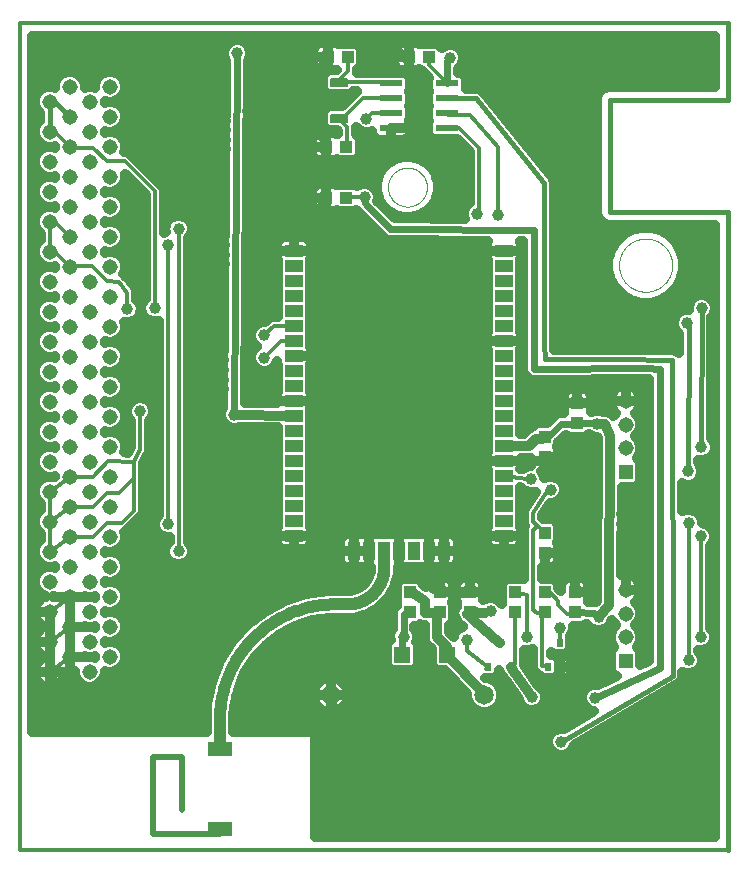
<source format=gtl>
G75*
%MOIN*%
%OFA0B0*%
%FSLAX25Y25*%
%IPPOS*%
%LPD*%
%AMOC8*
5,1,8,0,0,1.08239X$1,22.5*
%
%ADD10C,0.01200*%
%ADD11C,0.01600*%
%ADD12C,0.00000*%
%ADD13R,0.04331X0.03937*%
%ADD14R,0.03937X0.04331*%
%ADD15R,0.02362X0.02756*%
%ADD16C,0.05150*%
%ADD17R,0.06000X0.04000*%
%ADD18R,0.04000X0.06000*%
%ADD19C,0.06496*%
%ADD20C,0.00600*%
%ADD21R,0.07800X0.02200*%
%ADD22R,0.05512X0.05512*%
%ADD23R,0.05150X0.05150*%
%ADD24R,0.07874X0.04921*%
%ADD25C,0.03962*%
%ADD26C,0.03200*%
%ADD27C,0.02400*%
%ADD28C,0.04000*%
%ADD29C,0.01969*%
D10*
X0003000Y0002600D02*
X0003000Y0278191D01*
X0239220Y0278191D01*
X0162500Y0236998D02*
X0162500Y0214100D01*
X0156000Y0215100D02*
X0155500Y0214600D01*
X0156000Y0215100D02*
X0156000Y0236600D01*
X0149547Y0243053D01*
X0145489Y0243053D01*
X0145942Y0247600D02*
X0145489Y0248053D01*
X0145942Y0247600D02*
X0153000Y0247600D01*
X0162500Y0236998D01*
X0145489Y0258053D02*
X0139346Y0264195D01*
X0139346Y0266970D01*
X0132654Y0266970D02*
X0126024Y0272600D01*
X0109000Y0272600D01*
X0105654Y0269754D01*
X0105654Y0266970D01*
X0100500Y0261817D01*
X0100500Y0242100D01*
X0105154Y0237446D01*
X0105154Y0236970D01*
X0105154Y0234446D01*
X0109000Y0230600D01*
X0118000Y0230600D01*
X0126500Y0239100D01*
X0126500Y0242664D01*
X0126889Y0243053D01*
X0126889Y0248053D02*
X0120453Y0248053D01*
X0118500Y0246100D01*
X0112000Y0243600D02*
X0112000Y0237124D01*
X0111846Y0236970D01*
X0112000Y0243600D02*
X0109500Y0246100D01*
X0109500Y0246470D01*
X0110870Y0246470D01*
X0117500Y0253100D01*
X0126842Y0253100D01*
X0126889Y0253053D01*
X0126889Y0258053D02*
X0126472Y0258470D01*
X0109500Y0258470D01*
X0109500Y0259100D01*
X0112500Y0262100D01*
X0112500Y0266817D01*
X0112346Y0266970D01*
X0111976Y0220100D02*
X0111846Y0219970D01*
X0111976Y0220100D02*
X0118000Y0220100D01*
X0094417Y0177324D02*
X0087724Y0177324D01*
X0084500Y0174100D01*
X0090000Y0172100D02*
X0084500Y0166600D01*
X0090000Y0172100D02*
X0094193Y0172100D01*
X0094417Y0172324D01*
X0056000Y0209600D02*
X0056000Y0102100D01*
X0052500Y0111100D02*
X0052500Y0204100D01*
X0035992Y0191982D02*
X0038902Y0188364D01*
X0038941Y0182789D01*
X0048000Y0183100D02*
X0048000Y0222100D01*
X0038000Y0232100D01*
X0032000Y0232100D01*
X0027500Y0236600D01*
X0020063Y0236600D01*
X0019693Y0236970D02*
X0014693Y0241970D01*
X0014693Y0211970D02*
X0019693Y0206970D01*
X0014693Y0201970D02*
X0019693Y0196970D01*
X0019823Y0197100D02*
X0027000Y0197100D01*
X0032000Y0192100D01*
X0035992Y0191982D01*
X0013000Y0201970D02*
X0013000Y0211970D01*
X0043169Y0148757D02*
X0043244Y0146352D01*
X0043165Y0135931D01*
X0041000Y0132100D01*
X0041000Y0115600D01*
X0037000Y0111600D01*
X0032000Y0111600D01*
X0027370Y0106970D01*
X0019693Y0106970D01*
X0013000Y0101970D01*
X0013000Y0111970D01*
X0019693Y0116970D01*
X0027370Y0116970D01*
X0032000Y0121600D01*
X0036000Y0121600D01*
X0041000Y0126600D01*
X0041100Y0132000D02*
X0041200Y0132000D01*
X0032500Y0132100D01*
X0027370Y0126970D01*
X0019693Y0126970D01*
X0013000Y0121970D01*
X0013000Y0111970D01*
X0019693Y0086970D02*
X0013000Y0081970D01*
X0013000Y0071970D01*
X0019693Y0076970D01*
X0013000Y0071970D02*
X0013000Y0061970D01*
X0019500Y0054600D01*
X0064000Y0054100D01*
X0064000Y0095100D01*
X0076000Y0107100D01*
X0096276Y0107100D01*
X0096500Y0107324D01*
X0152000Y0081324D02*
X0153000Y0081754D01*
X0158035Y0081635D02*
X0160000Y0082100D01*
X0168000Y0081754D02*
X0168130Y0077470D01*
X0168000Y0064600D01*
X0167000Y0063293D01*
X0166740Y0063663D01*
X0159260Y0063663D02*
X0158567Y0063033D01*
X0159260Y0063663D02*
X0152000Y0068793D01*
X0152000Y0072600D01*
X0168000Y0088446D02*
X0172000Y0087600D01*
X0172000Y0073600D01*
X0177000Y0081100D02*
X0177000Y0063793D01*
X0179130Y0063793D01*
X0179260Y0063663D01*
X0186740Y0063663D02*
X0185740Y0046340D01*
X0182500Y0043100D01*
X0111810Y0043100D01*
X0111459Y0042749D01*
X0174106Y0082679D02*
X0174146Y0109139D01*
X0175776Y0110533D01*
X0178000Y0108309D01*
X0175776Y0110533D02*
X0174106Y0111927D01*
X0174185Y0115021D01*
X0179000Y0122600D01*
X0180000Y0122600D01*
X0173500Y0126100D02*
X0172276Y0126324D01*
X0164417Y0127324D01*
X0178000Y0088446D02*
X0179654Y0088446D01*
X0182500Y0085600D01*
X0182500Y0084100D01*
X0185500Y0081100D01*
X0188421Y0081100D01*
X0188000Y0081754D01*
X0183000Y0076600D02*
X0183000Y0071537D01*
X0177000Y0081100D02*
X0176630Y0081470D01*
X0178000Y0081754D01*
X0176476Y0081600D01*
X0175500Y0081600D01*
X0174106Y0082679D01*
X0226000Y0065800D02*
X0226000Y0111600D01*
X0230000Y0107100D02*
X0230000Y0073500D01*
X0239220Y0002600D02*
X0003000Y0002600D01*
X0013000Y0061970D02*
X0019693Y0066970D01*
D11*
X0094417Y0107324D02*
X0096500Y0107324D01*
X0102016Y0107324D01*
X0106543Y0111852D01*
X0106543Y0152994D01*
X0105874Y0152324D01*
X0094417Y0152324D01*
X0106543Y0152994D02*
X0106543Y0167364D01*
X0106504Y0167324D01*
X0094417Y0167324D01*
X0106543Y0167364D02*
X0106543Y0198663D01*
X0102882Y0202324D01*
X0102882Y0217698D01*
X0105154Y0219970D01*
X0105154Y0226754D01*
X0109000Y0230600D01*
X0102882Y0202324D02*
X0094417Y0202324D01*
X0145489Y0253053D02*
X0155047Y0253053D01*
X0177909Y0224836D01*
X0177949Y0171037D01*
X0177965Y0166140D01*
X0202957Y0166116D01*
X0220500Y0165901D01*
X0220700Y0060700D01*
X0183500Y0038600D01*
X0239220Y0002600D02*
X0239220Y0215198D01*
X0199850Y0215198D01*
X0199850Y0252600D01*
X0239220Y0252600D01*
X0239220Y0278191D01*
X0164417Y0202324D02*
X0156031Y0202324D01*
X0150638Y0196931D01*
X0150638Y0172167D01*
X0150795Y0172324D01*
X0164417Y0172324D01*
X0150638Y0172167D02*
X0150638Y0131773D01*
X0151189Y0132324D01*
X0164417Y0132324D01*
X0150638Y0131773D02*
X0150638Y0111852D01*
X0144929Y0111852D01*
X0144181Y0111104D01*
X0144181Y0102561D01*
X0144417Y0102324D01*
X0139417Y0102324D02*
X0139417Y0111616D01*
X0139102Y0111931D01*
X0144142Y0111931D01*
X0144181Y0111891D01*
X0144181Y0111104D01*
X0139102Y0111931D02*
X0129417Y0111931D01*
X0129417Y0102324D01*
X0124574Y0102167D02*
X0124572Y0102189D01*
X0124568Y0102211D01*
X0124560Y0102232D01*
X0124549Y0102252D01*
X0124536Y0102270D01*
X0124520Y0102286D01*
X0124502Y0102299D01*
X0124482Y0102310D01*
X0124461Y0102318D01*
X0124439Y0102322D01*
X0124417Y0102324D01*
X0119417Y0102324D02*
X0119417Y0111931D01*
X0129417Y0111931D01*
X0119417Y0111931D02*
X0114654Y0111931D01*
X0114654Y0111930D02*
X0114626Y0111928D01*
X0114598Y0111923D01*
X0114570Y0111915D01*
X0114544Y0111903D01*
X0114520Y0111888D01*
X0114498Y0111871D01*
X0114477Y0111850D01*
X0114460Y0111828D01*
X0114445Y0111804D01*
X0114433Y0111778D01*
X0114425Y0111750D01*
X0114420Y0111722D01*
X0114418Y0111694D01*
X0114417Y0111694D02*
X0114260Y0111852D01*
X0106543Y0111852D01*
X0114417Y0111694D02*
X0114417Y0102324D01*
X0150638Y0111852D02*
X0155165Y0107324D01*
X0164417Y0107324D01*
X0106677Y0054214D02*
X0111459Y0042749D01*
X0111459Y0041779D01*
X0225882Y0128710D02*
X0226000Y0177474D01*
X0225374Y0178100D01*
X0230406Y0183100D02*
X0230287Y0136757D01*
X0019823Y0197100D02*
X0019693Y0196970D01*
X0014693Y0201970D02*
X0013000Y0201970D01*
X0013000Y0211970D02*
X0014693Y0211970D01*
X0020063Y0236600D02*
X0019693Y0236970D01*
X0014693Y0241970D02*
X0013000Y0241970D01*
X0013000Y0251970D01*
X0014693Y0251970D01*
X0019693Y0246970D01*
D12*
X0125772Y0223506D02*
X0125774Y0223667D01*
X0125780Y0223827D01*
X0125790Y0223988D01*
X0125804Y0224148D01*
X0125822Y0224307D01*
X0125843Y0224467D01*
X0125869Y0224625D01*
X0125899Y0224783D01*
X0125932Y0224940D01*
X0125970Y0225097D01*
X0126011Y0225252D01*
X0126056Y0225406D01*
X0126105Y0225559D01*
X0126158Y0225711D01*
X0126214Y0225861D01*
X0126274Y0226010D01*
X0126338Y0226158D01*
X0126405Y0226304D01*
X0126476Y0226448D01*
X0126551Y0226590D01*
X0126629Y0226731D01*
X0126710Y0226869D01*
X0126795Y0227006D01*
X0126884Y0227140D01*
X0126975Y0227272D01*
X0127070Y0227402D01*
X0127168Y0227529D01*
X0127269Y0227654D01*
X0127373Y0227777D01*
X0127480Y0227896D01*
X0127590Y0228013D01*
X0127703Y0228128D01*
X0127819Y0228239D01*
X0127937Y0228348D01*
X0128058Y0228453D01*
X0128182Y0228556D01*
X0128308Y0228656D01*
X0128437Y0228752D01*
X0128568Y0228845D01*
X0128701Y0228935D01*
X0128836Y0229022D01*
X0128974Y0229105D01*
X0129113Y0229184D01*
X0129255Y0229261D01*
X0129398Y0229334D01*
X0129543Y0229403D01*
X0129690Y0229468D01*
X0129838Y0229530D01*
X0129988Y0229589D01*
X0130139Y0229643D01*
X0130291Y0229694D01*
X0130445Y0229741D01*
X0130600Y0229784D01*
X0130755Y0229823D01*
X0130912Y0229859D01*
X0131070Y0229891D01*
X0131228Y0229918D01*
X0131387Y0229942D01*
X0131546Y0229962D01*
X0131706Y0229978D01*
X0131867Y0229990D01*
X0132027Y0229998D01*
X0132188Y0230002D01*
X0132348Y0230002D01*
X0132509Y0229998D01*
X0132669Y0229990D01*
X0132830Y0229978D01*
X0132990Y0229962D01*
X0133149Y0229942D01*
X0133308Y0229918D01*
X0133466Y0229891D01*
X0133624Y0229859D01*
X0133781Y0229823D01*
X0133936Y0229784D01*
X0134091Y0229741D01*
X0134245Y0229694D01*
X0134397Y0229643D01*
X0134548Y0229589D01*
X0134698Y0229530D01*
X0134846Y0229468D01*
X0134993Y0229403D01*
X0135138Y0229334D01*
X0135281Y0229261D01*
X0135423Y0229184D01*
X0135562Y0229105D01*
X0135700Y0229022D01*
X0135835Y0228935D01*
X0135968Y0228845D01*
X0136099Y0228752D01*
X0136228Y0228656D01*
X0136354Y0228556D01*
X0136478Y0228453D01*
X0136599Y0228348D01*
X0136717Y0228239D01*
X0136833Y0228128D01*
X0136946Y0228013D01*
X0137056Y0227896D01*
X0137163Y0227777D01*
X0137267Y0227654D01*
X0137368Y0227529D01*
X0137466Y0227402D01*
X0137561Y0227272D01*
X0137652Y0227140D01*
X0137741Y0227006D01*
X0137826Y0226869D01*
X0137907Y0226731D01*
X0137985Y0226590D01*
X0138060Y0226448D01*
X0138131Y0226304D01*
X0138198Y0226158D01*
X0138262Y0226010D01*
X0138322Y0225861D01*
X0138378Y0225711D01*
X0138431Y0225559D01*
X0138480Y0225406D01*
X0138525Y0225252D01*
X0138566Y0225097D01*
X0138604Y0224940D01*
X0138637Y0224783D01*
X0138667Y0224625D01*
X0138693Y0224467D01*
X0138714Y0224307D01*
X0138732Y0224148D01*
X0138746Y0223988D01*
X0138756Y0223827D01*
X0138762Y0223667D01*
X0138764Y0223506D01*
X0138762Y0223345D01*
X0138756Y0223185D01*
X0138746Y0223024D01*
X0138732Y0222864D01*
X0138714Y0222705D01*
X0138693Y0222545D01*
X0138667Y0222387D01*
X0138637Y0222229D01*
X0138604Y0222072D01*
X0138566Y0221915D01*
X0138525Y0221760D01*
X0138480Y0221606D01*
X0138431Y0221453D01*
X0138378Y0221301D01*
X0138322Y0221151D01*
X0138262Y0221002D01*
X0138198Y0220854D01*
X0138131Y0220708D01*
X0138060Y0220564D01*
X0137985Y0220422D01*
X0137907Y0220281D01*
X0137826Y0220143D01*
X0137741Y0220006D01*
X0137652Y0219872D01*
X0137561Y0219740D01*
X0137466Y0219610D01*
X0137368Y0219483D01*
X0137267Y0219358D01*
X0137163Y0219235D01*
X0137056Y0219116D01*
X0136946Y0218999D01*
X0136833Y0218884D01*
X0136717Y0218773D01*
X0136599Y0218664D01*
X0136478Y0218559D01*
X0136354Y0218456D01*
X0136228Y0218356D01*
X0136099Y0218260D01*
X0135968Y0218167D01*
X0135835Y0218077D01*
X0135700Y0217990D01*
X0135562Y0217907D01*
X0135423Y0217828D01*
X0135281Y0217751D01*
X0135138Y0217678D01*
X0134993Y0217609D01*
X0134846Y0217544D01*
X0134698Y0217482D01*
X0134548Y0217423D01*
X0134397Y0217369D01*
X0134245Y0217318D01*
X0134091Y0217271D01*
X0133936Y0217228D01*
X0133781Y0217189D01*
X0133624Y0217153D01*
X0133466Y0217121D01*
X0133308Y0217094D01*
X0133149Y0217070D01*
X0132990Y0217050D01*
X0132830Y0217034D01*
X0132669Y0217022D01*
X0132509Y0217014D01*
X0132348Y0217010D01*
X0132188Y0217010D01*
X0132027Y0217014D01*
X0131867Y0217022D01*
X0131706Y0217034D01*
X0131546Y0217050D01*
X0131387Y0217070D01*
X0131228Y0217094D01*
X0131070Y0217121D01*
X0130912Y0217153D01*
X0130755Y0217189D01*
X0130600Y0217228D01*
X0130445Y0217271D01*
X0130291Y0217318D01*
X0130139Y0217369D01*
X0129988Y0217423D01*
X0129838Y0217482D01*
X0129690Y0217544D01*
X0129543Y0217609D01*
X0129398Y0217678D01*
X0129255Y0217751D01*
X0129113Y0217828D01*
X0128974Y0217907D01*
X0128836Y0217990D01*
X0128701Y0218077D01*
X0128568Y0218167D01*
X0128437Y0218260D01*
X0128308Y0218356D01*
X0128182Y0218456D01*
X0128058Y0218559D01*
X0127937Y0218664D01*
X0127819Y0218773D01*
X0127703Y0218884D01*
X0127590Y0218999D01*
X0127480Y0219116D01*
X0127373Y0219235D01*
X0127269Y0219358D01*
X0127168Y0219483D01*
X0127070Y0219610D01*
X0126975Y0219740D01*
X0126884Y0219872D01*
X0126795Y0220006D01*
X0126710Y0220143D01*
X0126629Y0220281D01*
X0126551Y0220422D01*
X0126476Y0220564D01*
X0126405Y0220708D01*
X0126338Y0220854D01*
X0126274Y0221002D01*
X0126214Y0221151D01*
X0126158Y0221301D01*
X0126105Y0221453D01*
X0126056Y0221606D01*
X0126011Y0221760D01*
X0125970Y0221915D01*
X0125932Y0222072D01*
X0125899Y0222229D01*
X0125869Y0222387D01*
X0125843Y0222545D01*
X0125822Y0222705D01*
X0125804Y0222864D01*
X0125790Y0223024D01*
X0125780Y0223185D01*
X0125774Y0223345D01*
X0125772Y0223506D01*
X0202803Y0197482D02*
X0202806Y0197699D01*
X0202814Y0197917D01*
X0202827Y0198134D01*
X0202846Y0198350D01*
X0202870Y0198566D01*
X0202899Y0198782D01*
X0202933Y0198996D01*
X0202973Y0199210D01*
X0203018Y0199423D01*
X0203068Y0199634D01*
X0203124Y0199845D01*
X0203184Y0200053D01*
X0203250Y0200261D01*
X0203321Y0200466D01*
X0203397Y0200670D01*
X0203477Y0200872D01*
X0203563Y0201072D01*
X0203653Y0201269D01*
X0203749Y0201465D01*
X0203849Y0201658D01*
X0203954Y0201848D01*
X0204063Y0202036D01*
X0204177Y0202221D01*
X0204296Y0202403D01*
X0204419Y0202583D01*
X0204546Y0202759D01*
X0204678Y0202932D01*
X0204814Y0203101D01*
X0204954Y0203268D01*
X0205098Y0203431D01*
X0205246Y0203590D01*
X0205397Y0203746D01*
X0205553Y0203897D01*
X0205712Y0204045D01*
X0205875Y0204189D01*
X0206042Y0204329D01*
X0206211Y0204465D01*
X0206384Y0204597D01*
X0206560Y0204724D01*
X0206740Y0204847D01*
X0206922Y0204966D01*
X0207107Y0205080D01*
X0207295Y0205189D01*
X0207485Y0205294D01*
X0207678Y0205394D01*
X0207874Y0205490D01*
X0208071Y0205580D01*
X0208271Y0205666D01*
X0208473Y0205746D01*
X0208677Y0205822D01*
X0208882Y0205893D01*
X0209090Y0205959D01*
X0209298Y0206019D01*
X0209509Y0206075D01*
X0209720Y0206125D01*
X0209933Y0206170D01*
X0210147Y0206210D01*
X0210361Y0206244D01*
X0210577Y0206273D01*
X0210793Y0206297D01*
X0211009Y0206316D01*
X0211226Y0206329D01*
X0211444Y0206337D01*
X0211661Y0206340D01*
X0211878Y0206337D01*
X0212096Y0206329D01*
X0212313Y0206316D01*
X0212529Y0206297D01*
X0212745Y0206273D01*
X0212961Y0206244D01*
X0213175Y0206210D01*
X0213389Y0206170D01*
X0213602Y0206125D01*
X0213813Y0206075D01*
X0214024Y0206019D01*
X0214232Y0205959D01*
X0214440Y0205893D01*
X0214645Y0205822D01*
X0214849Y0205746D01*
X0215051Y0205666D01*
X0215251Y0205580D01*
X0215448Y0205490D01*
X0215644Y0205394D01*
X0215837Y0205294D01*
X0216027Y0205189D01*
X0216215Y0205080D01*
X0216400Y0204966D01*
X0216582Y0204847D01*
X0216762Y0204724D01*
X0216938Y0204597D01*
X0217111Y0204465D01*
X0217280Y0204329D01*
X0217447Y0204189D01*
X0217610Y0204045D01*
X0217769Y0203897D01*
X0217925Y0203746D01*
X0218076Y0203590D01*
X0218224Y0203431D01*
X0218368Y0203268D01*
X0218508Y0203101D01*
X0218644Y0202932D01*
X0218776Y0202759D01*
X0218903Y0202583D01*
X0219026Y0202403D01*
X0219145Y0202221D01*
X0219259Y0202036D01*
X0219368Y0201848D01*
X0219473Y0201658D01*
X0219573Y0201465D01*
X0219669Y0201269D01*
X0219759Y0201072D01*
X0219845Y0200872D01*
X0219925Y0200670D01*
X0220001Y0200466D01*
X0220072Y0200261D01*
X0220138Y0200053D01*
X0220198Y0199845D01*
X0220254Y0199634D01*
X0220304Y0199423D01*
X0220349Y0199210D01*
X0220389Y0198996D01*
X0220423Y0198782D01*
X0220452Y0198566D01*
X0220476Y0198350D01*
X0220495Y0198134D01*
X0220508Y0197917D01*
X0220516Y0197699D01*
X0220519Y0197482D01*
X0220516Y0197265D01*
X0220508Y0197047D01*
X0220495Y0196830D01*
X0220476Y0196614D01*
X0220452Y0196398D01*
X0220423Y0196182D01*
X0220389Y0195968D01*
X0220349Y0195754D01*
X0220304Y0195541D01*
X0220254Y0195330D01*
X0220198Y0195119D01*
X0220138Y0194911D01*
X0220072Y0194703D01*
X0220001Y0194498D01*
X0219925Y0194294D01*
X0219845Y0194092D01*
X0219759Y0193892D01*
X0219669Y0193695D01*
X0219573Y0193499D01*
X0219473Y0193306D01*
X0219368Y0193116D01*
X0219259Y0192928D01*
X0219145Y0192743D01*
X0219026Y0192561D01*
X0218903Y0192381D01*
X0218776Y0192205D01*
X0218644Y0192032D01*
X0218508Y0191863D01*
X0218368Y0191696D01*
X0218224Y0191533D01*
X0218076Y0191374D01*
X0217925Y0191218D01*
X0217769Y0191067D01*
X0217610Y0190919D01*
X0217447Y0190775D01*
X0217280Y0190635D01*
X0217111Y0190499D01*
X0216938Y0190367D01*
X0216762Y0190240D01*
X0216582Y0190117D01*
X0216400Y0189998D01*
X0216215Y0189884D01*
X0216027Y0189775D01*
X0215837Y0189670D01*
X0215644Y0189570D01*
X0215448Y0189474D01*
X0215251Y0189384D01*
X0215051Y0189298D01*
X0214849Y0189218D01*
X0214645Y0189142D01*
X0214440Y0189071D01*
X0214232Y0189005D01*
X0214024Y0188945D01*
X0213813Y0188889D01*
X0213602Y0188839D01*
X0213389Y0188794D01*
X0213175Y0188754D01*
X0212961Y0188720D01*
X0212745Y0188691D01*
X0212529Y0188667D01*
X0212313Y0188648D01*
X0212096Y0188635D01*
X0211878Y0188627D01*
X0211661Y0188624D01*
X0211444Y0188627D01*
X0211226Y0188635D01*
X0211009Y0188648D01*
X0210793Y0188667D01*
X0210577Y0188691D01*
X0210361Y0188720D01*
X0210147Y0188754D01*
X0209933Y0188794D01*
X0209720Y0188839D01*
X0209509Y0188889D01*
X0209298Y0188945D01*
X0209090Y0189005D01*
X0208882Y0189071D01*
X0208677Y0189142D01*
X0208473Y0189218D01*
X0208271Y0189298D01*
X0208071Y0189384D01*
X0207874Y0189474D01*
X0207678Y0189570D01*
X0207485Y0189670D01*
X0207295Y0189775D01*
X0207107Y0189884D01*
X0206922Y0189998D01*
X0206740Y0190117D01*
X0206560Y0190240D01*
X0206384Y0190367D01*
X0206211Y0190499D01*
X0206042Y0190635D01*
X0205875Y0190775D01*
X0205712Y0190919D01*
X0205553Y0191067D01*
X0205397Y0191218D01*
X0205246Y0191374D01*
X0205098Y0191533D01*
X0204954Y0191696D01*
X0204814Y0191863D01*
X0204678Y0192032D01*
X0204546Y0192205D01*
X0204419Y0192381D01*
X0204296Y0192561D01*
X0204177Y0192743D01*
X0204063Y0192928D01*
X0203954Y0193116D01*
X0203849Y0193306D01*
X0203749Y0193499D01*
X0203653Y0193695D01*
X0203563Y0193892D01*
X0203477Y0194092D01*
X0203397Y0194294D01*
X0203321Y0194498D01*
X0203250Y0194703D01*
X0203184Y0194911D01*
X0203124Y0195119D01*
X0203068Y0195330D01*
X0203018Y0195541D01*
X0202973Y0195754D01*
X0202933Y0195968D01*
X0202899Y0196182D01*
X0202870Y0196398D01*
X0202846Y0196614D01*
X0202827Y0196830D01*
X0202814Y0197047D01*
X0202806Y0197265D01*
X0202803Y0197482D01*
D13*
X0139346Y0266970D03*
X0132654Y0266970D03*
X0112346Y0266970D03*
X0105654Y0266970D03*
X0105154Y0236970D03*
X0111846Y0236970D03*
X0111846Y0219970D03*
X0105154Y0219970D03*
D14*
X0178000Y0140317D03*
X0178000Y0133624D03*
X0188906Y0144844D03*
X0188906Y0151537D03*
X0178000Y0108309D03*
X0178000Y0101616D03*
X0178000Y0088446D03*
X0178000Y0081754D03*
X0168000Y0081754D03*
X0168000Y0088446D03*
X0153000Y0088446D03*
X0153000Y0081754D03*
X0143000Y0081754D03*
X0143000Y0088446D03*
X0133000Y0088446D03*
X0133000Y0081754D03*
X0188000Y0081754D03*
X0188000Y0088446D03*
D15*
X0183000Y0071537D03*
X0179260Y0063663D03*
X0186740Y0063663D03*
X0166740Y0063663D03*
X0159260Y0063663D03*
X0163000Y0071537D03*
D16*
X0204969Y0073466D03*
X0204969Y0081340D03*
X0204969Y0089214D03*
X0204969Y0136458D03*
X0204969Y0144332D03*
X0204969Y0152206D03*
X0033079Y0156970D03*
X0026386Y0151970D03*
X0019693Y0146970D03*
X0026386Y0141970D03*
X0019693Y0136970D03*
X0026386Y0131970D03*
X0019693Y0126970D03*
X0026386Y0121970D03*
X0019693Y0116970D03*
X0026386Y0111970D03*
X0019693Y0106970D03*
X0026386Y0101970D03*
X0019693Y0096970D03*
X0026386Y0091970D03*
X0019693Y0086970D03*
X0026386Y0081970D03*
X0019693Y0076970D03*
X0026386Y0071970D03*
X0019693Y0066970D03*
X0026386Y0061970D03*
X0033079Y0066970D03*
X0033079Y0076970D03*
X0033079Y0086970D03*
X0033079Y0096970D03*
X0033079Y0106970D03*
X0033079Y0116970D03*
X0033079Y0126970D03*
X0033079Y0136970D03*
X0033079Y0146970D03*
X0026386Y0161970D03*
X0019693Y0156970D03*
X0013000Y0151970D03*
X0013000Y0161970D03*
X0019693Y0166970D03*
X0026386Y0171970D03*
X0019693Y0176970D03*
X0026386Y0181970D03*
X0019693Y0186970D03*
X0026386Y0191970D03*
X0019693Y0196970D03*
X0026386Y0201970D03*
X0019693Y0206970D03*
X0026386Y0211970D03*
X0019693Y0216970D03*
X0026386Y0221970D03*
X0019693Y0226970D03*
X0026386Y0231970D03*
X0019693Y0236970D03*
X0026386Y0241970D03*
X0019693Y0246970D03*
X0026386Y0251970D03*
X0019693Y0256970D03*
X0013000Y0251970D03*
X0013000Y0241970D03*
X0013000Y0231970D03*
X0013000Y0221970D03*
X0013000Y0211970D03*
X0013000Y0201970D03*
X0013000Y0191970D03*
X0013000Y0181970D03*
X0013000Y0171970D03*
X0033079Y0166970D03*
X0033079Y0176970D03*
X0033079Y0186970D03*
X0033079Y0196970D03*
X0033079Y0206970D03*
X0033079Y0216970D03*
X0033079Y0226970D03*
X0033079Y0236970D03*
X0033079Y0246970D03*
X0033079Y0256970D03*
X0013000Y0141970D03*
X0013000Y0131970D03*
X0013000Y0121970D03*
X0013000Y0111970D03*
X0013000Y0101970D03*
X0013000Y0091970D03*
X0013000Y0081970D03*
X0013000Y0071970D03*
X0013000Y0061970D03*
D17*
X0094417Y0107324D03*
X0094417Y0112324D03*
X0094417Y0117324D03*
X0094417Y0122324D03*
X0094417Y0127324D03*
X0094417Y0132324D03*
X0094417Y0137324D03*
X0094417Y0142324D03*
X0094417Y0147324D03*
X0094417Y0152324D03*
X0094417Y0157324D03*
X0094417Y0162324D03*
X0094417Y0167324D03*
X0094417Y0172324D03*
X0094417Y0177324D03*
X0094417Y0182324D03*
X0094417Y0187324D03*
X0094417Y0192324D03*
X0094417Y0197324D03*
X0094417Y0202324D03*
X0164417Y0202324D03*
X0164417Y0197324D03*
X0164417Y0192324D03*
X0164417Y0187324D03*
X0164417Y0182324D03*
X0164417Y0177324D03*
X0164417Y0172324D03*
X0164417Y0167324D03*
X0164417Y0162324D03*
X0164417Y0157324D03*
X0164417Y0152324D03*
X0164417Y0147324D03*
X0164417Y0142324D03*
X0164417Y0137324D03*
X0164417Y0132324D03*
X0164417Y0127324D03*
X0164417Y0122324D03*
X0164417Y0117324D03*
X0164417Y0112324D03*
X0164417Y0107324D03*
D18*
X0144417Y0102324D03*
X0139417Y0102324D03*
X0134417Y0102324D03*
X0129417Y0102324D03*
X0124417Y0102324D03*
X0119417Y0102324D03*
X0114417Y0102324D03*
D19*
X0106677Y0054214D03*
X0157858Y0054214D03*
D20*
X0112200Y0245270D02*
X0106800Y0245270D01*
X0106800Y0247670D01*
X0112200Y0247670D01*
X0112200Y0245270D01*
X0112200Y0245869D02*
X0106800Y0245869D01*
X0106800Y0246468D02*
X0112200Y0246468D01*
X0112200Y0247067D02*
X0106800Y0247067D01*
X0106800Y0247666D02*
X0112200Y0247666D01*
X0112200Y0257270D02*
X0106800Y0257270D01*
X0106800Y0259670D01*
X0112200Y0259670D01*
X0112200Y0257270D01*
X0112200Y0257869D02*
X0106800Y0257869D01*
X0106800Y0258468D02*
X0112200Y0258468D01*
X0112200Y0259067D02*
X0106800Y0259067D01*
X0106800Y0259666D02*
X0112200Y0259666D01*
D21*
X0126889Y0258053D03*
X0126889Y0253053D03*
X0126889Y0248053D03*
X0126889Y0243053D03*
X0145489Y0243053D03*
X0145489Y0248053D03*
X0145489Y0253053D03*
X0145489Y0258053D03*
D22*
X0145480Y0067600D03*
X0130520Y0067600D03*
D23*
X0204969Y0065592D03*
X0204969Y0128584D03*
D24*
X0069929Y0036065D03*
X0069929Y0009490D03*
D25*
X0131000Y0073600D03*
X0135000Y0094600D03*
X0152000Y0072600D03*
X0160000Y0082100D03*
X0172000Y0073600D03*
X0183000Y0076600D03*
X0194400Y0089400D03*
X0196000Y0080100D03*
X0194800Y0053300D03*
X0183500Y0038600D03*
X0173700Y0053500D03*
X0226000Y0065800D03*
X0230000Y0073500D03*
X0230000Y0107100D03*
X0226000Y0111600D03*
X0225882Y0128710D03*
X0230287Y0136757D03*
X0196000Y0152100D03*
X0195500Y0144600D03*
X0180000Y0122600D03*
X0173500Y0126100D03*
X0171000Y0132324D03*
X0171000Y0142600D03*
X0225374Y0178100D03*
X0230406Y0183100D03*
X0162500Y0214100D03*
X0155500Y0214600D03*
X0118500Y0246100D03*
X0118000Y0220100D03*
X0146500Y0266600D03*
X0075500Y0268100D03*
X0056000Y0209600D03*
X0052500Y0204100D03*
X0048000Y0183100D03*
X0038941Y0182789D03*
X0043169Y0148757D03*
X0074500Y0147600D03*
X0084500Y0166600D03*
X0084500Y0174100D03*
X0052500Y0111100D03*
X0056000Y0102100D03*
D26*
X0059007Y0105299D02*
X0059007Y0206401D01*
X0059720Y0207114D01*
X0060388Y0208727D01*
X0060388Y0210473D01*
X0059720Y0212086D01*
X0058486Y0213320D01*
X0056873Y0213988D01*
X0055127Y0213988D01*
X0053514Y0213320D01*
X0052280Y0212086D01*
X0051612Y0210473D01*
X0051612Y0208727D01*
X0051711Y0208488D01*
X0051627Y0208488D01*
X0051007Y0208231D01*
X0051007Y0222698D01*
X0050549Y0223803D01*
X0040549Y0233803D01*
X0039703Y0234649D01*
X0038598Y0235107D01*
X0037699Y0235107D01*
X0038061Y0235979D01*
X0038061Y0237961D01*
X0037302Y0239792D01*
X0035901Y0241194D01*
X0034070Y0241952D01*
X0032088Y0241952D01*
X0031368Y0241654D01*
X0031368Y0242286D01*
X0032088Y0241988D01*
X0034070Y0241988D01*
X0035901Y0242747D01*
X0037302Y0244148D01*
X0038061Y0245979D01*
X0038061Y0247961D01*
X0037302Y0249792D01*
X0035901Y0251194D01*
X0034070Y0251952D01*
X0032088Y0251952D01*
X0031368Y0251654D01*
X0031368Y0252286D01*
X0032088Y0251988D01*
X0034070Y0251988D01*
X0035901Y0252747D01*
X0037302Y0254148D01*
X0038061Y0255979D01*
X0038061Y0257961D01*
X0037302Y0259792D01*
X0035901Y0261194D01*
X0034070Y0261952D01*
X0032088Y0261952D01*
X0030257Y0261194D01*
X0028855Y0259792D01*
X0028097Y0257961D01*
X0028097Y0256654D01*
X0027377Y0256952D01*
X0025395Y0256952D01*
X0024675Y0256654D01*
X0024675Y0257961D01*
X0023916Y0259792D01*
X0022515Y0261194D01*
X0020684Y0261952D01*
X0018702Y0261952D01*
X0016871Y0261194D01*
X0015469Y0259792D01*
X0014711Y0257961D01*
X0014711Y0256654D01*
X0013991Y0256952D01*
X0012009Y0256952D01*
X0010178Y0256194D01*
X0008777Y0254792D01*
X0008018Y0252961D01*
X0008018Y0250979D01*
X0008777Y0249148D01*
X0009793Y0248132D01*
X0009793Y0245808D01*
X0008777Y0244792D01*
X0008018Y0242961D01*
X0008018Y0240979D01*
X0008777Y0239148D01*
X0010178Y0237747D01*
X0012009Y0236988D01*
X0013991Y0236988D01*
X0014711Y0237286D01*
X0014711Y0236654D01*
X0013991Y0236952D01*
X0012009Y0236952D01*
X0010178Y0236194D01*
X0008777Y0234792D01*
X0008018Y0232961D01*
X0008018Y0230979D01*
X0008777Y0229148D01*
X0010178Y0227747D01*
X0012009Y0226988D01*
X0013991Y0226988D01*
X0014711Y0227286D01*
X0014711Y0226654D01*
X0013991Y0226952D01*
X0012009Y0226952D01*
X0010178Y0226194D01*
X0008777Y0224792D01*
X0008018Y0222961D01*
X0008018Y0220979D01*
X0008777Y0219148D01*
X0010178Y0217747D01*
X0012009Y0216988D01*
X0013991Y0216988D01*
X0014711Y0217286D01*
X0014711Y0216654D01*
X0013991Y0216952D01*
X0012009Y0216952D01*
X0010178Y0216194D01*
X0008777Y0214792D01*
X0008018Y0212961D01*
X0008018Y0210979D01*
X0008777Y0209148D01*
X0009993Y0207932D01*
X0009993Y0206008D01*
X0008777Y0204792D01*
X0008018Y0202961D01*
X0008018Y0200979D01*
X0008777Y0199148D01*
X0010178Y0197747D01*
X0012009Y0196988D01*
X0013991Y0196988D01*
X0014711Y0197286D01*
X0014711Y0196654D01*
X0013991Y0196952D01*
X0012009Y0196952D01*
X0010178Y0196194D01*
X0008777Y0194792D01*
X0008018Y0192961D01*
X0008018Y0190979D01*
X0008777Y0189148D01*
X0010178Y0187747D01*
X0012009Y0186988D01*
X0013991Y0186988D01*
X0014711Y0187286D01*
X0014711Y0186654D01*
X0013991Y0186952D01*
X0012009Y0186952D01*
X0010178Y0186194D01*
X0008777Y0184792D01*
X0008018Y0182961D01*
X0008018Y0180979D01*
X0008777Y0179148D01*
X0010178Y0177747D01*
X0012009Y0176988D01*
X0013991Y0176988D01*
X0014711Y0177286D01*
X0014711Y0176654D01*
X0013991Y0176952D01*
X0012009Y0176952D01*
X0010178Y0176194D01*
X0008777Y0174792D01*
X0008018Y0172961D01*
X0008018Y0170979D01*
X0008777Y0169148D01*
X0010178Y0167747D01*
X0012009Y0166988D01*
X0013991Y0166988D01*
X0014711Y0167286D01*
X0014711Y0166654D01*
X0013991Y0166952D01*
X0012009Y0166952D01*
X0010178Y0166194D01*
X0008777Y0164792D01*
X0008018Y0162961D01*
X0008018Y0160979D01*
X0008777Y0159148D01*
X0010178Y0157747D01*
X0012009Y0156988D01*
X0013991Y0156988D01*
X0014711Y0157286D01*
X0014711Y0156654D01*
X0013991Y0156952D01*
X0012009Y0156952D01*
X0010178Y0156194D01*
X0008777Y0154792D01*
X0008018Y0152961D01*
X0008018Y0150979D01*
X0008777Y0149148D01*
X0010178Y0147747D01*
X0012009Y0146988D01*
X0013991Y0146988D01*
X0014711Y0147286D01*
X0014711Y0146654D01*
X0013991Y0146952D01*
X0012009Y0146952D01*
X0010178Y0146194D01*
X0008777Y0144792D01*
X0008018Y0142961D01*
X0008018Y0140979D01*
X0008777Y0139148D01*
X0010178Y0137747D01*
X0012009Y0136988D01*
X0013991Y0136988D01*
X0014711Y0137286D01*
X0014711Y0136654D01*
X0013991Y0136952D01*
X0012009Y0136952D01*
X0010178Y0136194D01*
X0008777Y0134792D01*
X0008018Y0132961D01*
X0008018Y0130979D01*
X0008777Y0129148D01*
X0010178Y0127747D01*
X0012009Y0126988D01*
X0013991Y0126988D01*
X0014711Y0127286D01*
X0014711Y0127002D01*
X0014411Y0126778D01*
X0013991Y0126952D01*
X0012009Y0126952D01*
X0010178Y0126194D01*
X0008777Y0124792D01*
X0008018Y0122961D01*
X0008018Y0120979D01*
X0008777Y0119148D01*
X0009993Y0117932D01*
X0009993Y0116008D01*
X0008777Y0114792D01*
X0008018Y0112961D01*
X0008018Y0110979D01*
X0008777Y0109148D01*
X0009993Y0107932D01*
X0009993Y0106008D01*
X0008777Y0104792D01*
X0008018Y0102961D01*
X0008018Y0100979D01*
X0008777Y0099148D01*
X0010178Y0097747D01*
X0012009Y0096988D01*
X0013991Y0096988D01*
X0014711Y0097286D01*
X0014711Y0096654D01*
X0013991Y0096952D01*
X0012009Y0096952D01*
X0010178Y0096194D01*
X0008777Y0094792D01*
X0008018Y0092961D01*
X0008018Y0090979D01*
X0008777Y0089148D01*
X0010178Y0087747D01*
X0011897Y0087035D01*
X0011788Y0087017D01*
X0011014Y0086766D01*
X0010288Y0086396D01*
X0009629Y0085917D01*
X0009053Y0085341D01*
X0008574Y0084682D01*
X0008204Y0083957D01*
X0007953Y0083182D01*
X0007825Y0082377D01*
X0007825Y0081970D01*
X0007825Y0081563D01*
X0007953Y0080758D01*
X0008204Y0079984D01*
X0008574Y0079258D01*
X0009053Y0078599D01*
X0009629Y0078023D01*
X0010288Y0077544D01*
X0011014Y0077174D01*
X0011642Y0076970D01*
X0011014Y0076766D01*
X0010288Y0076396D01*
X0009629Y0075917D01*
X0009053Y0075341D01*
X0008574Y0074682D01*
X0008204Y0073957D01*
X0007953Y0073182D01*
X0007825Y0072377D01*
X0007825Y0071970D01*
X0007825Y0071563D01*
X0007953Y0070758D01*
X0008204Y0069984D01*
X0008574Y0069258D01*
X0009053Y0068599D01*
X0009629Y0068023D01*
X0010288Y0067544D01*
X0011014Y0067174D01*
X0011642Y0066970D01*
X0011014Y0066766D01*
X0010288Y0066396D01*
X0009629Y0065917D01*
X0009053Y0065341D01*
X0008574Y0064682D01*
X0008204Y0063957D01*
X0007953Y0063182D01*
X0007825Y0062377D01*
X0007825Y0061970D01*
X0007825Y0061563D01*
X0007953Y0060758D01*
X0008204Y0059984D01*
X0008574Y0059258D01*
X0009053Y0058599D01*
X0009629Y0058023D01*
X0010288Y0057544D01*
X0011014Y0057174D01*
X0011788Y0056923D01*
X0012593Y0056795D01*
X0013000Y0056795D01*
X0013407Y0056795D01*
X0014212Y0056923D01*
X0014986Y0057174D01*
X0015712Y0057544D01*
X0016371Y0058023D01*
X0016947Y0058599D01*
X0017426Y0059258D01*
X0017796Y0059984D01*
X0018047Y0060758D01*
X0018175Y0061563D01*
X0018175Y0061970D01*
X0013000Y0061970D01*
X0013000Y0056795D01*
X0013000Y0061970D01*
X0013000Y0061970D01*
X0013000Y0061970D01*
X0007825Y0061970D01*
X0013000Y0061970D01*
X0013000Y0061970D01*
X0018175Y0061970D01*
X0018175Y0062022D01*
X0018481Y0061923D01*
X0019286Y0061795D01*
X0019693Y0061795D01*
X0020100Y0061795D01*
X0020905Y0061923D01*
X0021404Y0062085D01*
X0021404Y0060979D01*
X0022162Y0059148D01*
X0023564Y0057747D01*
X0025395Y0056988D01*
X0027377Y0056988D01*
X0029208Y0057747D01*
X0030609Y0059148D01*
X0031368Y0060979D01*
X0031368Y0062286D01*
X0032088Y0061988D01*
X0034070Y0061988D01*
X0035901Y0062747D01*
X0037302Y0064148D01*
X0038061Y0065979D01*
X0038061Y0067961D01*
X0037302Y0069792D01*
X0035901Y0071194D01*
X0034070Y0071952D01*
X0032088Y0071952D01*
X0031368Y0071654D01*
X0031368Y0072286D01*
X0032088Y0071988D01*
X0034070Y0071988D01*
X0035901Y0072747D01*
X0037302Y0074148D01*
X0038061Y0075979D01*
X0038061Y0077961D01*
X0037302Y0079792D01*
X0035901Y0081194D01*
X0034070Y0081952D01*
X0032088Y0081952D01*
X0031368Y0081654D01*
X0031368Y0082286D01*
X0032088Y0081988D01*
X0034070Y0081988D01*
X0035901Y0082747D01*
X0037302Y0084148D01*
X0038061Y0085979D01*
X0038061Y0087961D01*
X0037302Y0089792D01*
X0035901Y0091194D01*
X0034070Y0091952D01*
X0032088Y0091952D01*
X0031368Y0091654D01*
X0031368Y0092286D01*
X0032088Y0091988D01*
X0034070Y0091988D01*
X0035901Y0092747D01*
X0037302Y0094148D01*
X0038061Y0095979D01*
X0038061Y0097961D01*
X0037302Y0099792D01*
X0035901Y0101194D01*
X0034070Y0101952D01*
X0032088Y0101952D01*
X0031368Y0101654D01*
X0031368Y0102286D01*
X0032088Y0101988D01*
X0034070Y0101988D01*
X0035901Y0102747D01*
X0037302Y0104148D01*
X0038061Y0105979D01*
X0038061Y0107961D01*
X0037769Y0108664D01*
X0038703Y0109051D01*
X0042703Y0113051D01*
X0043549Y0113897D01*
X0044007Y0115002D01*
X0044007Y0130916D01*
X0044200Y0131367D01*
X0044200Y0131385D01*
X0044207Y0131402D01*
X0044207Y0131663D01*
X0045576Y0134084D01*
X0045702Y0134208D01*
X0045868Y0134601D01*
X0046077Y0134972D01*
X0046099Y0135147D01*
X0046168Y0135310D01*
X0046171Y0135736D01*
X0046223Y0136159D01*
X0046176Y0136329D01*
X0046246Y0145628D01*
X0046889Y0146272D01*
X0047557Y0147885D01*
X0047557Y0149630D01*
X0046889Y0151243D01*
X0045655Y0152478D01*
X0044042Y0153146D01*
X0042296Y0153146D01*
X0040684Y0152478D01*
X0039449Y0151243D01*
X0038781Y0149630D01*
X0038781Y0147885D01*
X0039449Y0146272D01*
X0040230Y0145491D01*
X0040164Y0136732D01*
X0039202Y0135030D01*
X0037675Y0135048D01*
X0038061Y0135979D01*
X0038061Y0137961D01*
X0037302Y0139792D01*
X0035901Y0141194D01*
X0034070Y0141952D01*
X0032088Y0141952D01*
X0031368Y0141654D01*
X0031368Y0142286D01*
X0032088Y0141988D01*
X0034070Y0141988D01*
X0035901Y0142747D01*
X0037302Y0144148D01*
X0038061Y0145979D01*
X0038061Y0147961D01*
X0037302Y0149792D01*
X0035901Y0151194D01*
X0034070Y0151952D01*
X0032088Y0151952D01*
X0031368Y0151654D01*
X0031368Y0152286D01*
X0032088Y0151988D01*
X0034070Y0151988D01*
X0035901Y0152747D01*
X0037302Y0154148D01*
X0038061Y0155979D01*
X0038061Y0157961D01*
X0037302Y0159792D01*
X0035901Y0161194D01*
X0034070Y0161952D01*
X0032088Y0161952D01*
X0031368Y0161654D01*
X0031368Y0162286D01*
X0032088Y0161988D01*
X0034070Y0161988D01*
X0035901Y0162747D01*
X0037302Y0164148D01*
X0038061Y0165979D01*
X0038061Y0167961D01*
X0037302Y0169792D01*
X0035901Y0171194D01*
X0034070Y0171952D01*
X0032088Y0171952D01*
X0031368Y0171654D01*
X0031368Y0172286D01*
X0032088Y0171988D01*
X0034070Y0171988D01*
X0035901Y0172747D01*
X0037302Y0174148D01*
X0038061Y0175979D01*
X0038061Y0177961D01*
X0037839Y0178496D01*
X0038068Y0178401D01*
X0039814Y0178401D01*
X0041427Y0179069D01*
X0042661Y0180303D01*
X0043329Y0181916D01*
X0043329Y0183662D01*
X0042661Y0185275D01*
X0041925Y0186010D01*
X0041910Y0188212D01*
X0041956Y0188634D01*
X0041906Y0188805D01*
X0041904Y0188983D01*
X0041739Y0189374D01*
X0041620Y0189782D01*
X0041508Y0189921D01*
X0041439Y0190085D01*
X0041136Y0190383D01*
X0038634Y0193495D01*
X0038591Y0193609D01*
X0038261Y0193958D01*
X0037961Y0194332D01*
X0037854Y0194391D01*
X0037770Y0194480D01*
X0037491Y0194605D01*
X0038061Y0195979D01*
X0038061Y0197961D01*
X0037302Y0199792D01*
X0035901Y0201194D01*
X0034070Y0201952D01*
X0032088Y0201952D01*
X0031368Y0201654D01*
X0031368Y0202286D01*
X0032088Y0201988D01*
X0034070Y0201988D01*
X0035901Y0202747D01*
X0037302Y0204148D01*
X0038061Y0205979D01*
X0038061Y0207961D01*
X0037302Y0209792D01*
X0035901Y0211194D01*
X0034070Y0211952D01*
X0032088Y0211952D01*
X0031368Y0211654D01*
X0031368Y0212286D01*
X0032088Y0211988D01*
X0034070Y0211988D01*
X0035901Y0212747D01*
X0037302Y0214148D01*
X0038061Y0215979D01*
X0038061Y0217961D01*
X0037302Y0219792D01*
X0035901Y0221194D01*
X0034070Y0221952D01*
X0032088Y0221952D01*
X0031368Y0221654D01*
X0031368Y0222286D01*
X0032088Y0221988D01*
X0034070Y0221988D01*
X0035901Y0222747D01*
X0037302Y0224148D01*
X0038061Y0225979D01*
X0038061Y0227787D01*
X0044993Y0220854D01*
X0044993Y0186299D01*
X0044280Y0185586D01*
X0043612Y0183973D01*
X0043612Y0182227D01*
X0044280Y0180614D01*
X0045514Y0179380D01*
X0047127Y0178712D01*
X0048873Y0178712D01*
X0049493Y0178969D01*
X0049493Y0114299D01*
X0048780Y0113586D01*
X0048112Y0111973D01*
X0048112Y0110227D01*
X0048780Y0108614D01*
X0050014Y0107380D01*
X0051627Y0106712D01*
X0052993Y0106712D01*
X0052993Y0105299D01*
X0052280Y0104586D01*
X0051612Y0102973D01*
X0051612Y0101227D01*
X0052280Y0099614D01*
X0053514Y0098380D01*
X0055127Y0097712D01*
X0056873Y0097712D01*
X0058486Y0098380D01*
X0059720Y0099614D01*
X0060388Y0101227D01*
X0060388Y0102973D01*
X0059720Y0104586D01*
X0059007Y0105299D01*
X0059353Y0104952D02*
X0088840Y0104952D01*
X0088817Y0105068D02*
X0088917Y0104566D01*
X0089113Y0104093D01*
X0089398Y0103667D01*
X0089760Y0103305D01*
X0090186Y0103020D01*
X0090659Y0102824D01*
X0091161Y0102724D01*
X0094417Y0102724D01*
X0094417Y0107324D01*
X0094417Y0107324D01*
X0088817Y0107324D01*
X0088817Y0105068D01*
X0088817Y0107324D02*
X0094417Y0107324D01*
X0094417Y0107324D01*
X0094417Y0102724D01*
X0097673Y0102724D01*
X0098176Y0102824D01*
X0098649Y0103020D01*
X0099075Y0103305D01*
X0099437Y0103667D01*
X0099721Y0104093D01*
X0099917Y0104566D01*
X0100017Y0105068D01*
X0100017Y0107324D01*
X0094417Y0107324D01*
X0094417Y0107324D01*
X0100017Y0107324D01*
X0100017Y0109580D01*
X0099917Y0110083D01*
X0099824Y0110307D01*
X0099824Y0114803D01*
X0099816Y0114824D01*
X0099824Y0114846D01*
X0099824Y0119803D01*
X0099816Y0119824D01*
X0099824Y0119846D01*
X0099824Y0124803D01*
X0099816Y0124824D01*
X0099824Y0124846D01*
X0099824Y0129803D01*
X0099816Y0129824D01*
X0099824Y0129846D01*
X0099824Y0134803D01*
X0099816Y0134824D01*
X0099824Y0134846D01*
X0099824Y0139803D01*
X0099816Y0139824D01*
X0099824Y0139846D01*
X0099824Y0144803D01*
X0099816Y0144824D01*
X0099824Y0144846D01*
X0099824Y0149341D01*
X0099917Y0149566D01*
X0100017Y0150068D01*
X0100017Y0152324D01*
X0094417Y0152324D01*
X0088817Y0152324D01*
X0088817Y0151409D01*
X0078140Y0151557D01*
X0079085Y0265480D01*
X0079220Y0265614D01*
X0079888Y0267227D01*
X0079888Y0268973D01*
X0079220Y0270586D01*
X0077986Y0271820D01*
X0076373Y0272488D01*
X0074627Y0272488D01*
X0073014Y0271820D01*
X0071780Y0270586D01*
X0071112Y0268973D01*
X0071112Y0267227D01*
X0071780Y0265614D01*
X0071871Y0265523D01*
X0070915Y0150220D01*
X0070780Y0150086D01*
X0070112Y0148473D01*
X0070112Y0146727D01*
X0070780Y0145114D01*
X0072014Y0143880D01*
X0073627Y0143212D01*
X0075373Y0143212D01*
X0076234Y0143569D01*
X0089010Y0143392D01*
X0089010Y0139846D01*
X0089019Y0139824D01*
X0089010Y0139803D01*
X0089010Y0134846D01*
X0089019Y0134824D01*
X0089010Y0134803D01*
X0089010Y0129846D01*
X0089019Y0129824D01*
X0089010Y0129803D01*
X0089010Y0124846D01*
X0089019Y0124824D01*
X0089010Y0124803D01*
X0089010Y0119846D01*
X0089019Y0119824D01*
X0089010Y0119803D01*
X0089010Y0114846D01*
X0089019Y0114824D01*
X0089010Y0114803D01*
X0089010Y0110307D01*
X0088917Y0110083D01*
X0088817Y0109580D01*
X0088817Y0107324D01*
X0088817Y0108151D02*
X0059007Y0108151D01*
X0059007Y0111349D02*
X0089010Y0111349D01*
X0089010Y0114548D02*
X0059007Y0114548D01*
X0059007Y0117746D02*
X0089010Y0117746D01*
X0089010Y0120945D02*
X0059007Y0120945D01*
X0059007Y0124143D02*
X0089010Y0124143D01*
X0089010Y0127342D02*
X0059007Y0127342D01*
X0059007Y0130540D02*
X0089010Y0130540D01*
X0089010Y0133739D02*
X0059007Y0133739D01*
X0059007Y0136937D02*
X0089010Y0136937D01*
X0089010Y0140136D02*
X0059007Y0140136D01*
X0059007Y0143334D02*
X0073331Y0143334D01*
X0075669Y0143334D02*
X0089010Y0143334D01*
X0094417Y0147324D02*
X0074500Y0147600D01*
X0070633Y0149732D02*
X0059007Y0149732D01*
X0059007Y0152930D02*
X0070937Y0152930D01*
X0070964Y0156129D02*
X0059007Y0156129D01*
X0059007Y0159327D02*
X0070990Y0159327D01*
X0071017Y0162526D02*
X0059007Y0162526D01*
X0059007Y0165724D02*
X0071043Y0165724D01*
X0071070Y0168923D02*
X0059007Y0168923D01*
X0059007Y0172121D02*
X0071096Y0172121D01*
X0071123Y0175320D02*
X0059007Y0175320D01*
X0059007Y0178518D02*
X0071149Y0178518D01*
X0071176Y0181717D02*
X0059007Y0181717D01*
X0059007Y0184915D02*
X0071202Y0184915D01*
X0071229Y0188114D02*
X0059007Y0188114D01*
X0059007Y0191312D02*
X0071256Y0191312D01*
X0071282Y0194511D02*
X0059007Y0194511D01*
X0059007Y0197709D02*
X0071309Y0197709D01*
X0071335Y0200908D02*
X0059007Y0200908D01*
X0059007Y0204106D02*
X0071362Y0204106D01*
X0071388Y0207305D02*
X0059799Y0207305D01*
X0060376Y0210503D02*
X0071415Y0210503D01*
X0071441Y0213702D02*
X0057564Y0213702D01*
X0054436Y0213702D02*
X0051007Y0213702D01*
X0051007Y0216900D02*
X0071468Y0216900D01*
X0071494Y0220099D02*
X0051007Y0220099D01*
X0050759Y0223297D02*
X0071521Y0223297D01*
X0071548Y0226496D02*
X0047857Y0226496D01*
X0044658Y0229694D02*
X0071574Y0229694D01*
X0071601Y0232893D02*
X0041460Y0232893D01*
X0038061Y0236091D02*
X0071627Y0236091D01*
X0071654Y0239290D02*
X0037510Y0239290D01*
X0035277Y0242488D02*
X0071680Y0242488D01*
X0071707Y0245687D02*
X0037940Y0245687D01*
X0037678Y0248885D02*
X0071733Y0248885D01*
X0071760Y0252084D02*
X0034301Y0252084D01*
X0031857Y0252084D02*
X0031368Y0252084D01*
X0028312Y0258481D02*
X0024459Y0258481D01*
X0021342Y0261679D02*
X0031430Y0261679D01*
X0034728Y0261679D02*
X0071840Y0261679D01*
X0071813Y0258481D02*
X0037845Y0258481D01*
X0037772Y0255282D02*
X0071786Y0255282D01*
X0079001Y0255282D02*
X0104959Y0255282D01*
X0105267Y0254975D02*
X0106262Y0254563D01*
X0112738Y0254563D01*
X0113733Y0254975D01*
X0114221Y0255463D01*
X0115610Y0255463D01*
X0114951Y0254803D01*
X0110524Y0250377D01*
X0106262Y0250377D01*
X0105267Y0249965D01*
X0104505Y0249204D01*
X0104093Y0248209D01*
X0104093Y0244732D01*
X0104505Y0243737D01*
X0105267Y0242975D01*
X0106262Y0242563D01*
X0108784Y0242563D01*
X0108993Y0242354D01*
X0108993Y0241259D01*
X0108705Y0241140D01*
X0108550Y0241243D01*
X0108077Y0241439D01*
X0107575Y0241539D01*
X0105154Y0241539D01*
X0105154Y0236970D01*
X0105154Y0232402D01*
X0107575Y0232402D01*
X0108077Y0232501D01*
X0108550Y0232697D01*
X0108705Y0232801D01*
X0109202Y0232594D01*
X0114491Y0232594D01*
X0115375Y0232961D01*
X0116052Y0233638D01*
X0116419Y0234523D01*
X0116419Y0239417D01*
X0116052Y0240302D01*
X0115375Y0240979D01*
X0115007Y0241132D01*
X0115007Y0243387D01*
X0116014Y0242380D01*
X0117627Y0241712D01*
X0119373Y0241712D01*
X0120389Y0242133D01*
X0120389Y0241697D01*
X0120489Y0241194D01*
X0120685Y0240721D01*
X0120969Y0240295D01*
X0121332Y0239933D01*
X0121757Y0239649D01*
X0122231Y0239453D01*
X0122733Y0239353D01*
X0126889Y0239353D01*
X0131045Y0239353D01*
X0131547Y0239453D01*
X0132021Y0239649D01*
X0132446Y0239933D01*
X0132809Y0240295D01*
X0133093Y0240721D01*
X0133289Y0241194D01*
X0133389Y0241697D01*
X0133389Y0243053D01*
X0133389Y0244409D01*
X0133289Y0244911D01*
X0133093Y0245384D01*
X0132878Y0245706D01*
X0133196Y0246474D01*
X0133196Y0249632D01*
X0132830Y0250516D01*
X0132793Y0250553D01*
X0132830Y0250589D01*
X0133196Y0251474D01*
X0133196Y0254632D01*
X0132830Y0255516D01*
X0132793Y0255553D01*
X0132830Y0255589D01*
X0133196Y0256474D01*
X0133196Y0259632D01*
X0132830Y0260516D01*
X0132152Y0261193D01*
X0131268Y0261560D01*
X0122510Y0261560D01*
X0122311Y0261477D01*
X0115497Y0261477D01*
X0115507Y0261502D01*
X0115507Y0262808D01*
X0115875Y0262961D01*
X0116552Y0263638D01*
X0116919Y0264523D01*
X0116919Y0269417D01*
X0116552Y0270302D01*
X0115875Y0270979D01*
X0114991Y0271346D01*
X0109702Y0271346D01*
X0109205Y0271140D01*
X0109050Y0271243D01*
X0108577Y0271439D01*
X0108075Y0271539D01*
X0105654Y0271539D01*
X0105654Y0266970D01*
X0105654Y0262402D01*
X0108075Y0262402D01*
X0108577Y0262501D01*
X0108699Y0262552D01*
X0108524Y0262377D01*
X0106262Y0262377D01*
X0105267Y0261965D01*
X0104505Y0261204D01*
X0104093Y0260209D01*
X0104093Y0256732D01*
X0104505Y0255737D01*
X0105267Y0254975D01*
X0104093Y0258481D02*
X0079027Y0258481D01*
X0079054Y0261679D02*
X0104981Y0261679D01*
X0105653Y0262402D02*
X0105653Y0266970D01*
X0100888Y0266970D01*
X0100888Y0264745D01*
X0100988Y0264243D01*
X0101184Y0263770D01*
X0101469Y0263344D01*
X0101831Y0262982D01*
X0102257Y0262697D01*
X0102730Y0262501D01*
X0103232Y0262402D01*
X0105653Y0262402D01*
X0105653Y0264878D02*
X0105654Y0264878D01*
X0105653Y0266970D02*
X0105654Y0266970D01*
X0105653Y0266970D01*
X0105653Y0266970D01*
X0100888Y0266970D01*
X0100888Y0269195D01*
X0100988Y0269697D01*
X0101184Y0270170D01*
X0101469Y0270596D01*
X0101831Y0270958D01*
X0102257Y0271243D01*
X0102730Y0271439D01*
X0103232Y0271539D01*
X0105653Y0271539D01*
X0105653Y0266970D01*
X0105653Y0268076D02*
X0105654Y0268076D01*
X0105653Y0271275D02*
X0105654Y0271275D01*
X0102335Y0271275D02*
X0078531Y0271275D01*
X0079888Y0268076D02*
X0100888Y0268076D01*
X0100888Y0264878D02*
X0079080Y0264878D01*
X0071866Y0264878D02*
X0007200Y0264878D01*
X0007200Y0268076D02*
X0071112Y0268076D01*
X0072469Y0271275D02*
X0007200Y0271275D01*
X0007200Y0273991D02*
X0234820Y0273991D01*
X0234820Y0257000D01*
X0198975Y0257000D01*
X0197358Y0256330D01*
X0196120Y0255092D01*
X0195450Y0253475D01*
X0195450Y0214323D01*
X0196120Y0212706D01*
X0197358Y0211468D01*
X0198975Y0210798D01*
X0234820Y0210798D01*
X0234820Y0006800D01*
X0101425Y0006800D01*
X0101425Y0041970D01*
X0074274Y0041970D01*
X0074219Y0047147D01*
X0074444Y0050062D01*
X0075669Y0055871D01*
X0077884Y0061379D01*
X0081022Y0066419D01*
X0084987Y0070837D01*
X0089659Y0074500D01*
X0094897Y0077296D01*
X0100540Y0079140D01*
X0106418Y0079976D01*
X0109154Y0080004D01*
X0109462Y0080004D01*
X0110265Y0079977D01*
X0110336Y0080004D01*
X0114489Y0080004D01*
X0118734Y0081141D01*
X0122540Y0083339D01*
X0125647Y0086446D01*
X0125647Y0086446D01*
X0127844Y0090252D01*
X0128982Y0094497D01*
X0128982Y0096724D01*
X0129417Y0096724D01*
X0129417Y0102324D01*
X0129417Y0102324D01*
X0129417Y0096724D01*
X0131673Y0096724D01*
X0132176Y0096824D01*
X0132400Y0096917D01*
X0136434Y0096917D01*
X0136659Y0096824D01*
X0137161Y0096724D01*
X0139417Y0096724D01*
X0139417Y0102324D01*
X0139417Y0102324D01*
X0139417Y0096724D01*
X0141673Y0096724D01*
X0141917Y0096773D01*
X0142161Y0096724D01*
X0144417Y0096724D01*
X0144417Y0102324D01*
X0144417Y0102324D01*
X0139817Y0102324D01*
X0139417Y0102324D01*
X0139417Y0095100D01*
X0138917Y0094600D01*
X0135000Y0094600D01*
X0135447Y0093019D02*
X0136332Y0092652D01*
X0137009Y0091975D01*
X0137376Y0091091D01*
X0137376Y0090718D01*
X0138431Y0090057D01*
X0138431Y0090868D01*
X0138531Y0091370D01*
X0138727Y0091843D01*
X0139012Y0092269D01*
X0139374Y0092631D01*
X0139800Y0092916D01*
X0140273Y0093112D01*
X0140775Y0093212D01*
X0143000Y0093212D01*
X0143000Y0088447D01*
X0143000Y0093212D01*
X0145225Y0093212D01*
X0145727Y0093112D01*
X0146200Y0092916D01*
X0146626Y0092631D01*
X0146988Y0092269D01*
X0147273Y0091843D01*
X0147469Y0091370D01*
X0147568Y0090868D01*
X0147568Y0088447D01*
X0143000Y0088447D01*
X0143000Y0088447D01*
X0143000Y0088446D01*
X0147568Y0088446D01*
X0147568Y0086025D01*
X0147469Y0085523D01*
X0147273Y0085050D01*
X0147169Y0084895D01*
X0147376Y0084398D01*
X0147376Y0079109D01*
X0147009Y0078225D01*
X0146332Y0077548D01*
X0146007Y0077413D01*
X0146007Y0075260D01*
X0147665Y0073602D01*
X0148280Y0075086D01*
X0149514Y0076320D01*
X0150949Y0076914D01*
X0150646Y0077181D01*
X0150553Y0077181D01*
X0149668Y0077548D01*
X0148991Y0078225D01*
X0148626Y0079106D01*
X0148053Y0080269D01*
X0147950Y0081860D01*
X0148463Y0083369D01*
X0148624Y0083553D01*
X0148624Y0084398D01*
X0148830Y0084895D01*
X0148727Y0085050D01*
X0148531Y0085523D01*
X0148431Y0086025D01*
X0148431Y0088446D01*
X0153000Y0088446D01*
X0153000Y0088447D01*
X0153000Y0093212D01*
X0153000Y0088447D01*
X0153000Y0088447D01*
X0148431Y0088447D01*
X0148431Y0090868D01*
X0148531Y0091370D01*
X0148727Y0091843D01*
X0149012Y0092269D01*
X0149374Y0092631D01*
X0149800Y0092916D01*
X0150273Y0093112D01*
X0150775Y0093212D01*
X0153000Y0093212D01*
X0155225Y0093212D01*
X0155727Y0093112D01*
X0156200Y0092916D01*
X0156626Y0092631D01*
X0156988Y0092269D01*
X0157273Y0091843D01*
X0157469Y0091370D01*
X0157568Y0090868D01*
X0157568Y0088447D01*
X0153000Y0088447D01*
X0153000Y0088446D01*
X0157568Y0088446D01*
X0157568Y0086025D01*
X0157529Y0085826D01*
X0159127Y0086488D01*
X0160873Y0086488D01*
X0162486Y0085820D01*
X0163708Y0084598D01*
X0163915Y0085100D01*
X0163624Y0085802D01*
X0163624Y0091091D01*
X0163991Y0091975D01*
X0164668Y0092652D01*
X0165553Y0093019D01*
X0170447Y0093019D01*
X0171114Y0092743D01*
X0171138Y0108664D01*
X0171101Y0108777D01*
X0171139Y0109259D01*
X0171139Y0109742D01*
X0171185Y0109852D01*
X0171194Y0109970D01*
X0171413Y0110400D01*
X0171444Y0110473D01*
X0171362Y0110685D01*
X0171165Y0111062D01*
X0171149Y0111239D01*
X0171085Y0111405D01*
X0171096Y0111830D01*
X0171058Y0112253D01*
X0171111Y0112423D01*
X0171170Y0114728D01*
X0171120Y0114951D01*
X0171185Y0115320D01*
X0171194Y0115696D01*
X0171287Y0115904D01*
X0171326Y0116129D01*
X0171527Y0116446D01*
X0171680Y0116789D01*
X0171845Y0116946D01*
X0175052Y0121993D01*
X0174373Y0121712D01*
X0172627Y0121712D01*
X0171014Y0122380D01*
X0169824Y0123570D01*
X0169824Y0119846D01*
X0169816Y0119824D01*
X0169824Y0119803D01*
X0169824Y0114846D01*
X0169816Y0114824D01*
X0169824Y0114803D01*
X0169824Y0110307D01*
X0169917Y0110083D01*
X0170017Y0109580D01*
X0170017Y0107324D01*
X0164417Y0107324D01*
X0164417Y0107324D01*
X0164417Y0102724D01*
X0161161Y0102724D01*
X0160659Y0102824D01*
X0160186Y0103020D01*
X0159760Y0103305D01*
X0159398Y0103667D01*
X0159113Y0104093D01*
X0158917Y0104566D01*
X0158817Y0105068D01*
X0158817Y0107324D01*
X0164417Y0107324D01*
X0164417Y0107324D01*
X0164417Y0102724D01*
X0167673Y0102724D01*
X0168176Y0102824D01*
X0168649Y0103020D01*
X0169075Y0103305D01*
X0169437Y0103667D01*
X0169721Y0104093D01*
X0169917Y0104566D01*
X0170017Y0105068D01*
X0170017Y0107324D01*
X0164417Y0107324D01*
X0158817Y0107324D01*
X0158817Y0109580D01*
X0158917Y0110083D01*
X0159010Y0110307D01*
X0159010Y0114803D01*
X0159019Y0114824D01*
X0159010Y0114846D01*
X0159010Y0119803D01*
X0159019Y0119824D01*
X0159010Y0119846D01*
X0159010Y0124803D01*
X0159019Y0124824D01*
X0159010Y0124846D01*
X0159010Y0129341D01*
X0158917Y0129566D01*
X0158817Y0130068D01*
X0158817Y0132324D01*
X0164417Y0132324D01*
X0164417Y0132324D01*
X0158817Y0132324D01*
X0158817Y0134580D01*
X0158917Y0135083D01*
X0159010Y0135307D01*
X0159010Y0139803D01*
X0159019Y0139824D01*
X0159010Y0139846D01*
X0159010Y0144803D01*
X0159019Y0144824D01*
X0159010Y0144846D01*
X0159010Y0149803D01*
X0159019Y0149824D01*
X0159010Y0149846D01*
X0159010Y0154803D01*
X0159019Y0154824D01*
X0159010Y0154846D01*
X0159010Y0159803D01*
X0159019Y0159824D01*
X0159010Y0159846D01*
X0159010Y0164803D01*
X0159019Y0164824D01*
X0159010Y0164846D01*
X0159010Y0169341D01*
X0158917Y0169566D01*
X0158817Y0170068D01*
X0158817Y0172324D01*
X0164417Y0172324D01*
X0164417Y0172324D01*
X0158817Y0172324D01*
X0158817Y0174580D01*
X0158917Y0175083D01*
X0159010Y0175307D01*
X0159010Y0179803D01*
X0159019Y0179824D01*
X0159010Y0179846D01*
X0159010Y0184803D01*
X0159019Y0184824D01*
X0159010Y0184846D01*
X0159010Y0189803D01*
X0159019Y0189824D01*
X0159010Y0189846D01*
X0159010Y0194803D01*
X0159019Y0194824D01*
X0159010Y0194846D01*
X0159010Y0199341D01*
X0158917Y0199566D01*
X0158817Y0200068D01*
X0158817Y0202324D01*
X0164417Y0202324D01*
X0164417Y0202324D01*
X0158817Y0202324D01*
X0158817Y0204580D01*
X0158917Y0205083D01*
X0159113Y0205556D01*
X0159178Y0205652D01*
X0126481Y0205993D01*
X0125782Y0205993D01*
X0125764Y0206000D01*
X0125745Y0206001D01*
X0125103Y0206275D01*
X0124457Y0206542D01*
X0124443Y0206556D01*
X0124425Y0206564D01*
X0123936Y0207062D01*
X0115137Y0215862D01*
X0114491Y0215594D01*
X0109202Y0215594D01*
X0108705Y0215801D01*
X0108550Y0215697D01*
X0108077Y0215501D01*
X0107575Y0215402D01*
X0105154Y0215402D01*
X0105154Y0219970D01*
X0105153Y0219970D01*
X0100388Y0219970D01*
X0100388Y0217745D01*
X0100488Y0217243D01*
X0100684Y0216770D01*
X0100969Y0216344D01*
X0101331Y0215982D01*
X0101757Y0215697D01*
X0102230Y0215501D01*
X0102732Y0215402D01*
X0105153Y0215402D01*
X0105153Y0219970D01*
X0105153Y0219970D01*
X0100388Y0219970D01*
X0100388Y0222195D01*
X0100488Y0222697D01*
X0100684Y0223170D01*
X0100969Y0223596D01*
X0101331Y0223958D01*
X0101757Y0224243D01*
X0102230Y0224439D01*
X0102732Y0224539D01*
X0105153Y0224539D01*
X0105153Y0219970D01*
X0105154Y0219970D01*
X0105154Y0224539D01*
X0107575Y0224539D01*
X0108077Y0224439D01*
X0108550Y0224243D01*
X0108705Y0224140D01*
X0109202Y0224346D01*
X0114491Y0224346D01*
X0115375Y0223979D01*
X0115529Y0223826D01*
X0117127Y0224488D01*
X0118873Y0224488D01*
X0120486Y0223820D01*
X0121720Y0222586D01*
X0122388Y0220973D01*
X0122388Y0219227D01*
X0122267Y0218934D01*
X0128010Y0213192D01*
X0151435Y0212948D01*
X0151112Y0213727D01*
X0151112Y0215473D01*
X0151780Y0217086D01*
X0152993Y0218299D01*
X0152993Y0235354D01*
X0148802Y0239546D01*
X0141110Y0239546D01*
X0140225Y0239912D01*
X0139548Y0240589D01*
X0139182Y0241474D01*
X0139182Y0244632D01*
X0139548Y0245516D01*
X0139585Y0245553D01*
X0139548Y0245589D01*
X0139182Y0246474D01*
X0139182Y0249632D01*
X0139548Y0250516D01*
X0139585Y0250553D01*
X0139548Y0250589D01*
X0139182Y0251474D01*
X0139182Y0254632D01*
X0139548Y0255516D01*
X0139585Y0255553D01*
X0139548Y0255589D01*
X0139182Y0256474D01*
X0139182Y0259632D01*
X0139321Y0259968D01*
X0136797Y0262492D01*
X0136755Y0262594D01*
X0136702Y0262594D01*
X0136205Y0262801D01*
X0136050Y0262697D01*
X0135577Y0262501D01*
X0135075Y0262402D01*
X0132654Y0262402D01*
X0132654Y0266970D01*
X0132653Y0266970D01*
X0127888Y0266970D01*
X0127888Y0264745D01*
X0127988Y0264243D01*
X0128184Y0263770D01*
X0128469Y0263344D01*
X0128831Y0262982D01*
X0129257Y0262697D01*
X0129730Y0262501D01*
X0130232Y0262402D01*
X0132653Y0262402D01*
X0132653Y0266970D01*
X0132653Y0266970D01*
X0127888Y0266970D01*
X0127888Y0269195D01*
X0127988Y0269697D01*
X0128184Y0270170D01*
X0128469Y0270596D01*
X0128831Y0270958D01*
X0129257Y0271243D01*
X0129730Y0271439D01*
X0130232Y0271539D01*
X0132653Y0271539D01*
X0132653Y0266970D01*
X0132654Y0266970D01*
X0132654Y0271539D01*
X0135075Y0271539D01*
X0135577Y0271439D01*
X0136050Y0271243D01*
X0136205Y0271140D01*
X0136702Y0271346D01*
X0141991Y0271346D01*
X0142875Y0270979D01*
X0143552Y0270302D01*
X0143682Y0269988D01*
X0144014Y0270320D01*
X0145627Y0270988D01*
X0147373Y0270988D01*
X0148986Y0270320D01*
X0150220Y0269086D01*
X0150888Y0267473D01*
X0150888Y0265727D01*
X0150220Y0264114D01*
X0149096Y0262990D01*
X0149096Y0261560D01*
X0149868Y0261560D01*
X0150752Y0261193D01*
X0151430Y0260516D01*
X0151796Y0259632D01*
X0151796Y0256474D01*
X0151707Y0256260D01*
X0154582Y0256260D01*
X0154747Y0256309D01*
X0155215Y0256260D01*
X0155685Y0256260D01*
X0155845Y0256194D01*
X0156016Y0256176D01*
X0156429Y0255952D01*
X0156864Y0255772D01*
X0156986Y0255650D01*
X0157137Y0255567D01*
X0157434Y0255202D01*
X0157766Y0254869D01*
X0157832Y0254710D01*
X0180295Y0226986D01*
X0180627Y0226655D01*
X0180694Y0226494D01*
X0180803Y0226360D01*
X0180936Y0225910D01*
X0181116Y0225476D01*
X0181116Y0225303D01*
X0181166Y0225136D01*
X0181117Y0224670D01*
X0181156Y0171041D01*
X0181162Y0169344D01*
X0202341Y0169323D01*
X0202359Y0169330D01*
X0202979Y0169323D01*
X0203599Y0169322D01*
X0203616Y0169315D01*
X0220517Y0169108D01*
X0221132Y0169109D01*
X0221154Y0169100D01*
X0221177Y0169100D01*
X0221742Y0168858D01*
X0222311Y0168623D01*
X0222328Y0168606D01*
X0222350Y0168597D01*
X0222770Y0168166D01*
X0222786Y0174483D01*
X0221654Y0175614D01*
X0220986Y0177227D01*
X0220986Y0178973D01*
X0221654Y0180586D01*
X0222888Y0181820D01*
X0224501Y0182488D01*
X0226017Y0182488D01*
X0226017Y0183973D01*
X0226685Y0185586D01*
X0227920Y0186820D01*
X0229533Y0187488D01*
X0231278Y0187488D01*
X0232891Y0186820D01*
X0234126Y0185586D01*
X0234794Y0183973D01*
X0234794Y0182227D01*
X0234126Y0180614D01*
X0233605Y0180094D01*
X0233502Y0139749D01*
X0234008Y0139243D01*
X0234676Y0137630D01*
X0234676Y0135885D01*
X0234008Y0134272D01*
X0232773Y0133037D01*
X0231160Y0132369D01*
X0229415Y0132369D01*
X0229098Y0132500D01*
X0229096Y0131702D01*
X0229602Y0131196D01*
X0230270Y0129583D01*
X0230270Y0127837D01*
X0229602Y0126225D01*
X0228368Y0124990D01*
X0226755Y0124322D01*
X0225009Y0124322D01*
X0223785Y0124829D01*
X0223803Y0115440D01*
X0225127Y0115988D01*
X0226873Y0115988D01*
X0228486Y0115320D01*
X0229720Y0114086D01*
X0230388Y0112473D01*
X0230388Y0111488D01*
X0230873Y0111488D01*
X0232486Y0110820D01*
X0233720Y0109586D01*
X0234388Y0107973D01*
X0234388Y0106227D01*
X0233720Y0104614D01*
X0233007Y0103901D01*
X0233007Y0076699D01*
X0233720Y0075986D01*
X0234388Y0074373D01*
X0234388Y0072627D01*
X0233720Y0071014D01*
X0232486Y0069780D01*
X0230873Y0069112D01*
X0229127Y0069112D01*
X0229007Y0069162D01*
X0229007Y0068999D01*
X0229720Y0068286D01*
X0230388Y0066673D01*
X0230388Y0064927D01*
X0229720Y0063314D01*
X0228486Y0062080D01*
X0226873Y0061412D01*
X0225127Y0061412D01*
X0223905Y0061918D01*
X0223907Y0060933D01*
X0223965Y0060527D01*
X0223908Y0060301D01*
X0223908Y0060068D01*
X0223752Y0059688D01*
X0223650Y0059290D01*
X0223511Y0059104D01*
X0223422Y0058888D01*
X0223132Y0058598D01*
X0222886Y0058269D01*
X0222686Y0058150D01*
X0222522Y0057985D01*
X0222143Y0057827D01*
X0187751Y0037395D01*
X0187220Y0036114D01*
X0185986Y0034880D01*
X0184373Y0034212D01*
X0182627Y0034212D01*
X0181014Y0034880D01*
X0179780Y0036114D01*
X0179112Y0037727D01*
X0179112Y0039473D01*
X0179780Y0041086D01*
X0181014Y0042320D01*
X0182627Y0042988D01*
X0184373Y0042988D01*
X0184511Y0042931D01*
X0194578Y0048912D01*
X0193927Y0048912D01*
X0192314Y0049580D01*
X0191080Y0050814D01*
X0190412Y0052427D01*
X0190412Y0054173D01*
X0191080Y0055786D01*
X0192314Y0057020D01*
X0193927Y0057688D01*
X0195673Y0057688D01*
X0195709Y0057673D01*
X0202182Y0060610D01*
X0201915Y0060610D01*
X0201030Y0060977D01*
X0200353Y0061654D01*
X0199987Y0062539D01*
X0199987Y0068646D01*
X0200353Y0069530D01*
X0201030Y0070208D01*
X0201137Y0070252D01*
X0200745Y0070644D01*
X0199987Y0072475D01*
X0199987Y0074457D01*
X0200745Y0076288D01*
X0201860Y0077403D01*
X0200745Y0078518D01*
X0200473Y0079175D01*
X0200266Y0078931D01*
X0199720Y0077614D01*
X0198486Y0076380D01*
X0196873Y0075712D01*
X0195127Y0075712D01*
X0193514Y0076380D01*
X0192280Y0077614D01*
X0192129Y0077979D01*
X0191777Y0077993D01*
X0191332Y0077548D01*
X0190447Y0077181D01*
X0187388Y0077181D01*
X0187388Y0075727D01*
X0186720Y0074114D01*
X0186416Y0073810D01*
X0186588Y0073394D01*
X0186588Y0069680D01*
X0186222Y0068796D01*
X0185545Y0068118D01*
X0184660Y0067752D01*
X0181340Y0067752D01*
X0180455Y0068118D01*
X0180007Y0068567D01*
X0180007Y0067448D01*
X0180920Y0067448D01*
X0181804Y0067082D01*
X0182482Y0066404D01*
X0182848Y0065520D01*
X0182848Y0061806D01*
X0182482Y0060922D01*
X0181804Y0060244D01*
X0180920Y0059878D01*
X0177600Y0059878D01*
X0176715Y0060244D01*
X0176038Y0060922D01*
X0176031Y0060940D01*
X0175297Y0061244D01*
X0174451Y0062090D01*
X0173993Y0063195D01*
X0173993Y0069676D01*
X0172873Y0069212D01*
X0171127Y0069212D01*
X0171054Y0069242D01*
X0171009Y0064784D01*
X0171060Y0064404D01*
X0171052Y0064373D01*
X0171171Y0064188D01*
X0175922Y0057329D01*
X0176186Y0057220D01*
X0177420Y0055986D01*
X0178088Y0054373D01*
X0178088Y0052627D01*
X0177420Y0051014D01*
X0176186Y0049780D01*
X0174573Y0049112D01*
X0172827Y0049112D01*
X0171214Y0049780D01*
X0169980Y0051014D01*
X0169312Y0052627D01*
X0169312Y0052798D01*
X0164962Y0059078D01*
X0164907Y0059116D01*
X0164509Y0059731D01*
X0164092Y0060333D01*
X0164088Y0060352D01*
X0163518Y0060922D01*
X0163152Y0061806D01*
X0163152Y0061833D01*
X0162942Y0062159D01*
X0162848Y0062671D01*
X0162848Y0061806D01*
X0162482Y0060922D01*
X0161804Y0060244D01*
X0160920Y0059878D01*
X0158197Y0059878D01*
X0158205Y0059869D01*
X0158983Y0059869D01*
X0161062Y0059008D01*
X0162652Y0057418D01*
X0163513Y0055339D01*
X0163513Y0053089D01*
X0162652Y0051011D01*
X0161062Y0049420D01*
X0158983Y0048559D01*
X0156733Y0048559D01*
X0154655Y0049420D01*
X0153064Y0051011D01*
X0152203Y0053089D01*
X0152203Y0054554D01*
X0144824Y0062437D01*
X0142246Y0062437D01*
X0141361Y0062803D01*
X0140684Y0063481D01*
X0140317Y0064365D01*
X0140317Y0069616D01*
X0139730Y0070203D01*
X0138603Y0071330D01*
X0137993Y0072803D01*
X0137993Y0077593D01*
X0137203Y0077593D01*
X0136619Y0077835D01*
X0136332Y0077548D01*
X0135447Y0077181D01*
X0134607Y0077181D01*
X0134607Y0076199D01*
X0134720Y0076086D01*
X0135388Y0074473D01*
X0135388Y0072727D01*
X0135072Y0071964D01*
X0135316Y0071719D01*
X0135683Y0070835D01*
X0135683Y0064365D01*
X0135316Y0063481D01*
X0134639Y0062803D01*
X0133754Y0062437D01*
X0127285Y0062437D01*
X0126400Y0062803D01*
X0125723Y0063481D01*
X0125357Y0064365D01*
X0125357Y0070835D01*
X0125723Y0071719D01*
X0126400Y0072397D01*
X0126698Y0072520D01*
X0126612Y0072727D01*
X0126612Y0074473D01*
X0127280Y0076086D01*
X0127393Y0076199D01*
X0127393Y0080802D01*
X0127327Y0081064D01*
X0127393Y0081513D01*
X0127393Y0081967D01*
X0127496Y0082217D01*
X0127536Y0082484D01*
X0127768Y0082873D01*
X0127942Y0083293D01*
X0128133Y0083484D01*
X0128272Y0083716D01*
X0128624Y0083978D01*
X0128624Y0084398D01*
X0128915Y0085100D01*
X0128624Y0085802D01*
X0128624Y0091091D01*
X0128991Y0091975D01*
X0129668Y0092652D01*
X0130553Y0093019D01*
X0135447Y0093019D01*
X0136826Y0092158D02*
X0138938Y0092158D01*
X0139417Y0090553D02*
X0143000Y0088446D01*
X0152217Y0088234D01*
X0153000Y0088446D01*
X0153000Y0088960D02*
X0153000Y0088960D01*
X0153000Y0092158D02*
X0153000Y0092158D01*
X0157062Y0092158D02*
X0164174Y0092158D01*
X0163624Y0088960D02*
X0157568Y0088960D01*
X0162545Y0085761D02*
X0163641Y0085761D01*
X0158035Y0081635D02*
X0153000Y0081754D01*
X0152000Y0081324D02*
X0155900Y0077900D01*
X0161593Y0072707D01*
X0163000Y0071537D01*
X0166740Y0063663D02*
X0167840Y0061960D01*
X0173700Y0053500D01*
X0170416Y0050578D02*
X0162219Y0050578D01*
X0163513Y0053776D02*
X0168634Y0053776D01*
X0166419Y0056975D02*
X0162836Y0056975D01*
X0161633Y0060173D02*
X0164203Y0060173D01*
X0157858Y0054376D02*
X0145480Y0067600D01*
X0145480Y0070120D01*
X0142000Y0073600D01*
X0142000Y0081277D01*
X0143000Y0081754D01*
X0141677Y0081600D01*
X0138000Y0081600D01*
X0138000Y0085600D01*
X0133992Y0088108D01*
X0133000Y0088446D01*
X0128624Y0088960D02*
X0127098Y0088960D01*
X0127844Y0090252D02*
X0127844Y0090252D01*
X0128355Y0092158D02*
X0129174Y0092158D01*
X0128982Y0095357D02*
X0171118Y0095357D01*
X0171123Y0098555D02*
X0148913Y0098555D01*
X0148917Y0098566D02*
X0149017Y0099068D01*
X0149017Y0102324D01*
X0144417Y0102324D01*
X0144417Y0102324D01*
X0144417Y0096724D01*
X0146673Y0096724D01*
X0147176Y0096824D01*
X0147649Y0097020D01*
X0148075Y0097305D01*
X0148437Y0097667D01*
X0148721Y0098093D01*
X0148917Y0098566D01*
X0149017Y0101754D02*
X0171128Y0101754D01*
X0171132Y0104952D02*
X0169994Y0104952D01*
X0170017Y0108151D02*
X0171137Y0108151D01*
X0171106Y0111349D02*
X0169824Y0111349D01*
X0169824Y0114548D02*
X0171165Y0114548D01*
X0172354Y0117746D02*
X0169824Y0117746D01*
X0169824Y0120945D02*
X0174386Y0120945D01*
X0179479Y0117746D02*
X0195610Y0117746D01*
X0195599Y0114548D02*
X0177447Y0114548D01*
X0177170Y0114112D02*
X0179775Y0118212D01*
X0180873Y0118212D01*
X0182486Y0118880D01*
X0183720Y0120114D01*
X0184388Y0121727D01*
X0184388Y0123473D01*
X0183720Y0125086D01*
X0182486Y0126320D01*
X0180873Y0126988D01*
X0179127Y0126988D01*
X0177888Y0126475D01*
X0177888Y0126973D01*
X0177220Y0128586D01*
X0176948Y0128858D01*
X0178000Y0128858D01*
X0180225Y0128858D01*
X0180727Y0128958D01*
X0181200Y0129154D01*
X0181626Y0129439D01*
X0181988Y0129801D01*
X0182273Y0130227D01*
X0182469Y0130700D01*
X0182568Y0131202D01*
X0182568Y0133624D01*
X0182568Y0136045D01*
X0182469Y0136547D01*
X0182273Y0137021D01*
X0182169Y0137175D01*
X0182376Y0137672D01*
X0182376Y0138374D01*
X0184994Y0140993D01*
X0185219Y0140993D01*
X0185573Y0140638D01*
X0186458Y0140272D01*
X0191353Y0140272D01*
X0192238Y0140638D01*
X0192747Y0141147D01*
X0193014Y0140880D01*
X0194627Y0140212D01*
X0195482Y0140212D01*
X0195690Y0139709D01*
X0195494Y0085692D01*
X0194988Y0085097D01*
X0194682Y0085097D01*
X0192331Y0085191D01*
X0192469Y0085523D01*
X0192568Y0086025D01*
X0192568Y0088446D01*
X0188000Y0088446D01*
X0188000Y0088447D01*
X0188000Y0093212D01*
X0188000Y0088447D01*
X0188000Y0088447D01*
X0192568Y0088447D01*
X0192568Y0090868D01*
X0192469Y0091370D01*
X0192273Y0091843D01*
X0191988Y0092269D01*
X0191626Y0092631D01*
X0191200Y0092916D01*
X0190727Y0093112D01*
X0190225Y0093212D01*
X0188000Y0093212D01*
X0185775Y0093212D01*
X0185273Y0093112D01*
X0184800Y0092916D01*
X0184374Y0092631D01*
X0184012Y0092269D01*
X0183727Y0091843D01*
X0183531Y0091370D01*
X0183431Y0090868D01*
X0183431Y0088921D01*
X0182376Y0089977D01*
X0182376Y0091091D01*
X0182009Y0091975D01*
X0181332Y0092652D01*
X0180447Y0093019D01*
X0177129Y0093019D01*
X0177134Y0096850D01*
X0178000Y0096850D01*
X0180225Y0096850D01*
X0180727Y0096950D01*
X0181200Y0097146D01*
X0181626Y0097431D01*
X0181988Y0097793D01*
X0182273Y0098219D01*
X0182469Y0098692D01*
X0182568Y0099194D01*
X0182568Y0101616D01*
X0182568Y0104037D01*
X0182469Y0104539D01*
X0182273Y0105013D01*
X0182169Y0105167D01*
X0182376Y0105664D01*
X0182376Y0110953D01*
X0182009Y0111838D01*
X0181332Y0112515D01*
X0180447Y0112881D01*
X0177724Y0112881D01*
X0177672Y0112942D01*
X0177565Y0112997D01*
X0177479Y0113082D01*
X0177350Y0113136D01*
X0177149Y0113303D01*
X0177170Y0114112D01*
X0182211Y0111349D02*
X0195587Y0111349D01*
X0195576Y0108151D02*
X0182376Y0108151D01*
X0182298Y0104952D02*
X0195564Y0104952D01*
X0195553Y0101754D02*
X0182568Y0101754D01*
X0182568Y0101616D02*
X0178000Y0101616D01*
X0178000Y0101616D01*
X0182568Y0101616D01*
X0182412Y0098555D02*
X0195541Y0098555D01*
X0195529Y0095357D02*
X0177132Y0095357D01*
X0178000Y0096850D02*
X0178000Y0101616D01*
X0178000Y0096850D01*
X0178000Y0098555D02*
X0178000Y0098555D01*
X0178000Y0101616D02*
X0178000Y0101616D01*
X0181826Y0092158D02*
X0183938Y0092158D01*
X0183431Y0088960D02*
X0183393Y0088960D01*
X0188000Y0088960D02*
X0188000Y0088960D01*
X0188000Y0092158D02*
X0188000Y0092158D01*
X0192062Y0092158D02*
X0195518Y0092158D01*
X0195506Y0088960D02*
X0192568Y0088960D01*
X0192516Y0085761D02*
X0195495Y0085761D01*
X0199500Y0085300D02*
X0199400Y0084100D01*
X0196000Y0080100D01*
X0197969Y0076166D02*
X0200694Y0076166D01*
X0199987Y0072967D02*
X0186588Y0072967D01*
X0186588Y0069769D02*
X0200591Y0069769D01*
X0199987Y0066570D02*
X0190026Y0066570D01*
X0189941Y0066698D02*
X0189579Y0067060D01*
X0189153Y0067345D01*
X0188680Y0067541D01*
X0188177Y0067641D01*
X0186740Y0067641D01*
X0185303Y0067641D01*
X0184801Y0067541D01*
X0184327Y0067345D01*
X0183902Y0067060D01*
X0183540Y0066698D01*
X0183255Y0066273D01*
X0183059Y0065799D01*
X0182959Y0065297D01*
X0182959Y0063663D01*
X0186740Y0063663D01*
X0186740Y0063663D01*
X0182959Y0063663D01*
X0182959Y0062029D01*
X0183059Y0061527D01*
X0183255Y0061053D01*
X0183540Y0060628D01*
X0183902Y0060265D01*
X0184327Y0059981D01*
X0184801Y0059785D01*
X0185303Y0059685D01*
X0186740Y0059685D01*
X0186740Y0063663D01*
X0186740Y0067641D01*
X0186740Y0063663D01*
X0186740Y0063663D01*
X0186740Y0063663D01*
X0186740Y0059685D01*
X0188177Y0059685D01*
X0188680Y0059785D01*
X0189153Y0059981D01*
X0189579Y0060265D01*
X0189941Y0060628D01*
X0190225Y0061053D01*
X0190421Y0061527D01*
X0190521Y0062029D01*
X0190521Y0063663D01*
X0190521Y0065297D01*
X0190421Y0065799D01*
X0190225Y0066273D01*
X0189941Y0066698D01*
X0190521Y0063663D02*
X0186740Y0063663D01*
X0186740Y0063663D01*
X0190521Y0063663D01*
X0190521Y0063372D02*
X0199987Y0063372D01*
X0201219Y0060173D02*
X0189441Y0060173D01*
X0186740Y0060173D02*
X0186740Y0060173D01*
X0184040Y0060173D02*
X0181633Y0060173D01*
X0182848Y0063372D02*
X0182959Y0063372D01*
X0183454Y0066570D02*
X0182316Y0066570D01*
X0186740Y0066570D02*
X0186740Y0066570D01*
X0186740Y0063372D02*
X0186740Y0063372D01*
X0192269Y0056975D02*
X0176431Y0056975D01*
X0176887Y0060173D02*
X0173952Y0060173D01*
X0173993Y0063372D02*
X0171737Y0063372D01*
X0171027Y0066570D02*
X0173993Y0066570D01*
X0178088Y0053776D02*
X0190412Y0053776D01*
X0191316Y0050578D02*
X0176984Y0050578D01*
X0179737Y0040982D02*
X0101425Y0040982D01*
X0101425Y0037784D02*
X0179112Y0037784D01*
X0181726Y0034585D02*
X0101425Y0034585D01*
X0101425Y0031387D02*
X0234820Y0031387D01*
X0234820Y0034585D02*
X0185274Y0034585D01*
X0188405Y0037784D02*
X0234820Y0037784D01*
X0234820Y0040982D02*
X0193789Y0040982D01*
X0199173Y0044181D02*
X0234820Y0044181D01*
X0234820Y0047379D02*
X0204557Y0047379D01*
X0209941Y0050578D02*
X0234820Y0050578D01*
X0234820Y0053776D02*
X0215325Y0053776D01*
X0220708Y0056975D02*
X0234820Y0056975D01*
X0234820Y0060173D02*
X0223908Y0060173D01*
X0229744Y0063372D02*
X0234820Y0063372D01*
X0234820Y0066570D02*
X0230388Y0066570D01*
X0232459Y0069769D02*
X0234820Y0069769D01*
X0234820Y0072967D02*
X0234388Y0072967D01*
X0234820Y0076166D02*
X0233540Y0076166D01*
X0233007Y0079364D02*
X0234820Y0079364D01*
X0234820Y0082563D02*
X0233007Y0082563D01*
X0233007Y0085761D02*
X0234820Y0085761D01*
X0234820Y0088960D02*
X0233007Y0088960D01*
X0233007Y0092158D02*
X0234820Y0092158D01*
X0234820Y0095357D02*
X0233007Y0095357D01*
X0233007Y0098555D02*
X0234820Y0098555D01*
X0234820Y0101754D02*
X0233007Y0101754D01*
X0233860Y0104952D02*
X0234820Y0104952D01*
X0234820Y0108151D02*
X0234314Y0108151D01*
X0234820Y0111349D02*
X0231208Y0111349D01*
X0229258Y0114548D02*
X0234820Y0114548D01*
X0234820Y0117746D02*
X0223799Y0117746D01*
X0223793Y0120945D02*
X0234820Y0120945D01*
X0234820Y0124143D02*
X0223786Y0124143D01*
X0230065Y0127342D02*
X0234820Y0127342D01*
X0234820Y0130540D02*
X0229874Y0130540D01*
X0233475Y0133739D02*
X0234820Y0133739D01*
X0234820Y0136937D02*
X0234676Y0136937D01*
X0234820Y0140136D02*
X0233503Y0140136D01*
X0233511Y0143334D02*
X0234820Y0143334D01*
X0234820Y0146533D02*
X0233519Y0146533D01*
X0233528Y0149732D02*
X0234820Y0149732D01*
X0234820Y0152930D02*
X0233536Y0152930D01*
X0233544Y0156129D02*
X0234820Y0156129D01*
X0234820Y0159327D02*
X0233552Y0159327D01*
X0233560Y0162526D02*
X0234820Y0162526D01*
X0234820Y0165724D02*
X0233568Y0165724D01*
X0233576Y0168923D02*
X0234820Y0168923D01*
X0234820Y0172121D02*
X0233585Y0172121D01*
X0233593Y0175320D02*
X0234820Y0175320D01*
X0234820Y0178518D02*
X0233601Y0178518D01*
X0234582Y0181717D02*
X0234820Y0181717D01*
X0234820Y0184915D02*
X0234403Y0184915D01*
X0234820Y0188114D02*
X0219912Y0188114D01*
X0219311Y0187513D02*
X0221630Y0189832D01*
X0223271Y0192673D01*
X0224120Y0195842D01*
X0224120Y0199122D01*
X0223271Y0202291D01*
X0221630Y0205131D01*
X0219311Y0207451D01*
X0216470Y0209091D01*
X0213302Y0209940D01*
X0210021Y0209940D01*
X0206853Y0209091D01*
X0204012Y0207451D01*
X0201692Y0205131D01*
X0200052Y0202291D01*
X0199203Y0199122D01*
X0199203Y0195842D01*
X0200052Y0192673D01*
X0201692Y0189832D01*
X0204012Y0187513D01*
X0206853Y0185873D01*
X0210021Y0185024D01*
X0213302Y0185024D01*
X0216470Y0185873D01*
X0219311Y0187513D01*
X0222485Y0191312D02*
X0234820Y0191312D01*
X0234820Y0194511D02*
X0223763Y0194511D01*
X0224120Y0197709D02*
X0234820Y0197709D01*
X0234820Y0200908D02*
X0223641Y0200908D01*
X0222222Y0204106D02*
X0234820Y0204106D01*
X0234820Y0207305D02*
X0219457Y0207305D01*
X0203866Y0207305D02*
X0181129Y0207305D01*
X0181127Y0210503D02*
X0234820Y0210503D01*
X0226408Y0184915D02*
X0181146Y0184915D01*
X0181148Y0181717D02*
X0222785Y0181717D01*
X0220986Y0178518D02*
X0181150Y0178518D01*
X0181153Y0175320D02*
X0221949Y0175320D01*
X0222780Y0172121D02*
X0181155Y0172121D01*
X0170935Y0172121D02*
X0170017Y0172121D01*
X0170017Y0172324D02*
X0164417Y0172324D01*
X0164417Y0172324D01*
X0170017Y0172324D01*
X0170017Y0170068D01*
X0169917Y0169566D01*
X0169824Y0169341D01*
X0169824Y0164846D01*
X0169816Y0164824D01*
X0169824Y0164803D01*
X0169824Y0159846D01*
X0169816Y0159824D01*
X0169824Y0159803D01*
X0169824Y0154846D01*
X0169816Y0154824D01*
X0169824Y0154803D01*
X0169824Y0149846D01*
X0169816Y0149824D01*
X0169824Y0149803D01*
X0169824Y0144846D01*
X0169816Y0144824D01*
X0169824Y0144803D01*
X0169824Y0141331D01*
X0171065Y0141331D01*
X0171603Y0141870D01*
X0172730Y0142997D01*
X0173828Y0143452D01*
X0173991Y0143845D01*
X0174668Y0144523D01*
X0175553Y0144889D01*
X0178688Y0144889D01*
X0180442Y0146643D01*
X0181457Y0147658D01*
X0182782Y0148207D01*
X0184605Y0148207D01*
X0184437Y0148613D01*
X0184337Y0149116D01*
X0184337Y0151537D01*
X0188905Y0151537D01*
X0188905Y0151537D01*
X0184337Y0151537D01*
X0184337Y0153958D01*
X0184437Y0154461D01*
X0184633Y0154934D01*
X0184917Y0155360D01*
X0185280Y0155722D01*
X0185705Y0156006D01*
X0186179Y0156202D01*
X0186681Y0156302D01*
X0188905Y0156302D01*
X0188905Y0151537D01*
X0188906Y0151537D01*
X0193474Y0151537D01*
X0193474Y0153958D01*
X0193374Y0154461D01*
X0193178Y0154934D01*
X0192894Y0155360D01*
X0192531Y0155722D01*
X0192106Y0156006D01*
X0191632Y0156202D01*
X0191130Y0156302D01*
X0188906Y0156302D01*
X0188906Y0151537D01*
X0188906Y0151537D01*
X0193474Y0151537D01*
X0193474Y0149116D01*
X0193374Y0148613D01*
X0193307Y0148451D01*
X0193331Y0148451D01*
X0194627Y0148988D01*
X0196373Y0148988D01*
X0197293Y0148607D01*
X0197998Y0148607D01*
X0198796Y0148607D01*
X0198796Y0148607D01*
X0198797Y0148607D01*
X0199539Y0148300D01*
X0200269Y0147998D01*
X0200269Y0147997D01*
X0200270Y0147997D01*
X0200832Y0147435D01*
X0200929Y0147338D01*
X0201744Y0148153D01*
X0201597Y0148259D01*
X0201021Y0148835D01*
X0200543Y0149494D01*
X0200173Y0150220D01*
X0199921Y0150995D01*
X0199794Y0151799D01*
X0199794Y0152206D01*
X0204968Y0152206D01*
X0204968Y0152206D01*
X0199794Y0152206D01*
X0199794Y0152614D01*
X0199921Y0153418D01*
X0200173Y0154193D01*
X0200543Y0154918D01*
X0201021Y0155577D01*
X0201597Y0156153D01*
X0202256Y0156632D01*
X0202982Y0157002D01*
X0203757Y0157254D01*
X0204561Y0157381D01*
X0204968Y0157381D01*
X0204968Y0152206D01*
X0204969Y0152206D01*
X0204969Y0152206D01*
X0210143Y0152206D01*
X0210143Y0151799D01*
X0210016Y0150995D01*
X0209764Y0150220D01*
X0209394Y0149494D01*
X0208916Y0148835D01*
X0208340Y0148259D01*
X0208193Y0148153D01*
X0209192Y0147154D01*
X0209950Y0145323D01*
X0209950Y0143341D01*
X0209192Y0141510D01*
X0208077Y0140395D01*
X0209192Y0139280D01*
X0209950Y0137449D01*
X0209950Y0135467D01*
X0209192Y0133636D01*
X0208800Y0133244D01*
X0208907Y0133200D01*
X0209584Y0132523D01*
X0209950Y0131638D01*
X0209950Y0125531D01*
X0209584Y0124646D01*
X0208907Y0123969D01*
X0208022Y0123602D01*
X0203646Y0123602D01*
X0203539Y0094191D01*
X0203757Y0094262D01*
X0204561Y0094389D01*
X0204968Y0094389D01*
X0204968Y0089214D01*
X0204969Y0089214D01*
X0204969Y0089214D01*
X0210143Y0089214D01*
X0210143Y0088807D01*
X0210016Y0088002D01*
X0209764Y0087228D01*
X0209394Y0086502D01*
X0208916Y0085843D01*
X0208340Y0085267D01*
X0208193Y0085161D01*
X0209192Y0084162D01*
X0209950Y0082331D01*
X0209950Y0080349D01*
X0209192Y0078518D01*
X0208077Y0077403D01*
X0209192Y0076288D01*
X0209950Y0074457D01*
X0209950Y0072475D01*
X0209192Y0070644D01*
X0208800Y0070252D01*
X0208907Y0070208D01*
X0209584Y0069530D01*
X0209950Y0068646D01*
X0209950Y0064135D01*
X0212791Y0065423D01*
X0212696Y0159474D01*
X0211867Y0159493D01*
X0175279Y0159335D01*
X0175274Y0159333D01*
X0174563Y0159332D01*
X0173850Y0159329D01*
X0173844Y0159331D01*
X0173839Y0159331D01*
X0173182Y0159602D01*
X0172522Y0159873D01*
X0172518Y0159877D01*
X0172512Y0159879D01*
X0172009Y0160381D01*
X0171503Y0160883D01*
X0171501Y0160888D01*
X0171496Y0160893D01*
X0171223Y0161550D01*
X0170948Y0162206D01*
X0170948Y0162212D01*
X0170946Y0162218D01*
X0170945Y0162930D01*
X0170942Y0163641D01*
X0170944Y0163647D01*
X0170897Y0205530D01*
X0169727Y0205542D01*
X0169917Y0205083D01*
X0170017Y0204580D01*
X0170017Y0202324D01*
X0164417Y0202324D01*
X0164417Y0202324D01*
X0170017Y0202324D01*
X0170017Y0200068D01*
X0169917Y0199566D01*
X0169824Y0199341D01*
X0169824Y0194846D01*
X0169816Y0194824D01*
X0169824Y0194803D01*
X0169824Y0189846D01*
X0169816Y0189824D01*
X0169824Y0189803D01*
X0169824Y0184846D01*
X0169816Y0184824D01*
X0169824Y0184803D01*
X0169824Y0179846D01*
X0169816Y0179824D01*
X0169824Y0179803D01*
X0169824Y0175307D01*
X0169917Y0175083D01*
X0170017Y0174580D01*
X0170017Y0172324D01*
X0169824Y0175320D02*
X0170931Y0175320D01*
X0170927Y0178518D02*
X0169824Y0178518D01*
X0169824Y0181717D02*
X0170924Y0181717D01*
X0170920Y0184915D02*
X0169824Y0184915D01*
X0169824Y0188114D02*
X0170917Y0188114D01*
X0170913Y0191312D02*
X0169824Y0191312D01*
X0169824Y0194511D02*
X0170909Y0194511D01*
X0170906Y0197709D02*
X0169824Y0197709D01*
X0170017Y0200908D02*
X0170902Y0200908D01*
X0170899Y0204106D02*
X0170017Y0204106D01*
X0181132Y0204106D02*
X0201100Y0204106D01*
X0199682Y0200908D02*
X0181134Y0200908D01*
X0181136Y0197709D02*
X0199203Y0197709D01*
X0199560Y0194511D02*
X0181139Y0194511D01*
X0181141Y0191312D02*
X0200838Y0191312D01*
X0203411Y0188114D02*
X0181143Y0188114D01*
X0170938Y0168923D02*
X0169824Y0168923D01*
X0169824Y0165724D02*
X0170942Y0165724D01*
X0170945Y0162526D02*
X0169824Y0162526D01*
X0169824Y0159327D02*
X0212697Y0159327D01*
X0212700Y0156129D02*
X0208365Y0156129D01*
X0208340Y0156153D02*
X0207681Y0156632D01*
X0206955Y0157002D01*
X0206180Y0157254D01*
X0205376Y0157381D01*
X0204969Y0157381D01*
X0204969Y0152206D01*
X0210143Y0152206D01*
X0210143Y0152614D01*
X0210016Y0153418D01*
X0209764Y0154193D01*
X0209394Y0154918D01*
X0208916Y0155577D01*
X0208340Y0156153D01*
X0210093Y0152930D02*
X0212703Y0152930D01*
X0212706Y0149732D02*
X0209515Y0149732D01*
X0209449Y0146533D02*
X0212709Y0146533D01*
X0212713Y0143334D02*
X0209948Y0143334D01*
X0208336Y0140136D02*
X0212716Y0140136D01*
X0212719Y0136937D02*
X0209950Y0136937D01*
X0209234Y0133739D02*
X0212722Y0133739D01*
X0212725Y0130540D02*
X0209950Y0130540D01*
X0209950Y0127342D02*
X0212729Y0127342D01*
X0212732Y0124143D02*
X0209081Y0124143D01*
X0212735Y0120945D02*
X0203636Y0120945D01*
X0203625Y0117746D02*
X0212738Y0117746D01*
X0212741Y0114548D02*
X0203613Y0114548D01*
X0203601Y0111349D02*
X0212745Y0111349D01*
X0212748Y0108151D02*
X0203590Y0108151D01*
X0203578Y0104952D02*
X0212751Y0104952D01*
X0212754Y0101754D02*
X0203567Y0101754D01*
X0203555Y0098555D02*
X0212757Y0098555D01*
X0212761Y0095357D02*
X0203544Y0095357D01*
X0204969Y0094389D02*
X0204969Y0089214D01*
X0210143Y0089214D01*
X0210143Y0089621D01*
X0210016Y0090426D01*
X0209764Y0091201D01*
X0209394Y0091926D01*
X0208916Y0092585D01*
X0208340Y0093161D01*
X0207681Y0093640D01*
X0206955Y0094010D01*
X0206180Y0094262D01*
X0205376Y0094389D01*
X0204969Y0094389D01*
X0204968Y0092158D02*
X0204969Y0092158D01*
X0209226Y0092158D02*
X0212764Y0092158D01*
X0212767Y0088960D02*
X0210143Y0088960D01*
X0208834Y0085761D02*
X0212770Y0085761D01*
X0212773Y0082563D02*
X0209854Y0082563D01*
X0209542Y0079364D02*
X0212777Y0079364D01*
X0212780Y0076166D02*
X0209243Y0076166D01*
X0209950Y0072967D02*
X0212783Y0072967D01*
X0212786Y0069769D02*
X0209346Y0069769D01*
X0209950Y0066570D02*
X0212789Y0066570D01*
X0194031Y0076166D02*
X0187388Y0076166D01*
X0199500Y0085300D02*
X0199700Y0140500D01*
X0198000Y0144600D01*
X0195500Y0144600D01*
X0195513Y0140136D02*
X0184137Y0140136D01*
X0182307Y0136937D02*
X0195680Y0136937D01*
X0195668Y0133739D02*
X0182568Y0133739D01*
X0182568Y0133624D02*
X0178000Y0133624D01*
X0178000Y0133624D01*
X0176701Y0132324D01*
X0171000Y0132324D01*
X0164417Y0132324D01*
X0164417Y0132324D01*
X0170017Y0132324D01*
X0170017Y0130068D01*
X0169935Y0129654D01*
X0170745Y0129551D01*
X0171014Y0129820D01*
X0172627Y0130488D01*
X0173619Y0130488D01*
X0173531Y0130700D01*
X0173431Y0131202D01*
X0173431Y0133317D01*
X0170017Y0133317D01*
X0170017Y0132324D01*
X0164417Y0132324D01*
X0164417Y0137324D02*
X0172724Y0137324D01*
X0175000Y0139600D01*
X0177283Y0139600D01*
X0178000Y0140317D01*
X0173545Y0143334D02*
X0169824Y0143334D01*
X0171000Y0142600D02*
X0171000Y0147600D01*
X0174937Y0151537D01*
X0188906Y0151537D01*
X0188905Y0152930D02*
X0188906Y0152930D01*
X0188905Y0156129D02*
X0188906Y0156129D01*
X0191811Y0156129D02*
X0201572Y0156129D01*
X0204968Y0156129D02*
X0204969Y0156129D01*
X0204968Y0152930D02*
X0204969Y0152930D01*
X0199844Y0152930D02*
X0193474Y0152930D01*
X0193474Y0149732D02*
X0200422Y0149732D01*
X0186000Y0156129D02*
X0169824Y0156129D01*
X0169824Y0152930D02*
X0184337Y0152930D01*
X0184337Y0149732D02*
X0169824Y0149732D01*
X0169824Y0146533D02*
X0180332Y0146533D01*
X0182568Y0133624D02*
X0178000Y0133624D01*
X0178000Y0133623D02*
X0178000Y0128858D01*
X0178000Y0133623D01*
X0178000Y0133623D01*
X0178000Y0130540D02*
X0178000Y0130540D01*
X0177735Y0127342D02*
X0195645Y0127342D01*
X0195657Y0130540D02*
X0182403Y0130540D01*
X0184110Y0124143D02*
X0195634Y0124143D01*
X0195622Y0120945D02*
X0184064Y0120945D01*
X0173597Y0130540D02*
X0170017Y0130540D01*
X0158817Y0130540D02*
X0099824Y0130540D01*
X0099824Y0127342D02*
X0159010Y0127342D01*
X0159010Y0124143D02*
X0099824Y0124143D01*
X0099824Y0120945D02*
X0159010Y0120945D01*
X0159010Y0117746D02*
X0099824Y0117746D01*
X0099824Y0114548D02*
X0159010Y0114548D01*
X0159010Y0111349D02*
X0099824Y0111349D01*
X0100017Y0108151D02*
X0158817Y0108151D01*
X0158840Y0104952D02*
X0149017Y0104952D01*
X0149017Y0105580D02*
X0148917Y0106083D01*
X0148721Y0106556D01*
X0148437Y0106982D01*
X0148075Y0107344D01*
X0147649Y0107628D01*
X0147176Y0107824D01*
X0146673Y0107924D01*
X0144417Y0107924D01*
X0142161Y0107924D01*
X0141917Y0107876D01*
X0141673Y0107924D01*
X0139417Y0107924D01*
X0137161Y0107924D01*
X0136659Y0107824D01*
X0136434Y0107731D01*
X0132400Y0107731D01*
X0132176Y0107824D01*
X0131673Y0107924D01*
X0129417Y0107924D01*
X0127161Y0107924D01*
X0126659Y0107824D01*
X0126434Y0107731D01*
X0122400Y0107731D01*
X0122176Y0107824D01*
X0121673Y0107924D01*
X0119417Y0107924D01*
X0117161Y0107924D01*
X0116917Y0107876D01*
X0116673Y0107924D01*
X0114417Y0107924D01*
X0112161Y0107924D01*
X0111659Y0107824D01*
X0111186Y0107628D01*
X0110760Y0107344D01*
X0110398Y0106982D01*
X0110113Y0106556D01*
X0109917Y0106083D01*
X0109817Y0105580D01*
X0109817Y0102324D01*
X0109817Y0099068D01*
X0109917Y0098566D01*
X0110113Y0098093D01*
X0110398Y0097667D01*
X0110760Y0097305D01*
X0111186Y0097020D01*
X0111659Y0096824D01*
X0112161Y0096724D01*
X0114417Y0096724D01*
X0114417Y0102324D01*
X0114417Y0102324D01*
X0109817Y0102324D01*
X0114417Y0102324D01*
X0114417Y0102324D01*
X0114417Y0096724D01*
X0116673Y0096724D01*
X0116917Y0096773D01*
X0117161Y0096724D01*
X0119417Y0096724D01*
X0119417Y0102324D01*
X0119417Y0102324D01*
X0114817Y0102324D01*
X0114417Y0102324D01*
X0114417Y0102324D01*
X0114417Y0102325D02*
X0114417Y0107924D01*
X0114417Y0102325D01*
X0114417Y0102325D01*
X0114417Y0102324D02*
X0119417Y0102324D01*
X0119417Y0102324D01*
X0119417Y0096724D01*
X0120168Y0096724D01*
X0120168Y0096694D01*
X0120100Y0095666D01*
X0119568Y0093680D01*
X0118540Y0091900D01*
X0117086Y0090446D01*
X0115305Y0089418D01*
X0113319Y0088885D01*
X0112291Y0088818D01*
X0109609Y0088818D01*
X0105933Y0088940D01*
X0098506Y0087884D01*
X0091375Y0085554D01*
X0084757Y0082022D01*
X0078853Y0077393D01*
X0073843Y0071810D01*
X0069878Y0065442D01*
X0069878Y0065442D01*
X0067079Y0058482D01*
X0065531Y0051141D01*
X0065432Y0048168D01*
X0065395Y0048076D01*
X0065403Y0047296D01*
X0065377Y0046516D01*
X0065412Y0046423D01*
X0065459Y0041970D01*
X0007200Y0041970D01*
X0007200Y0273991D01*
X0007200Y0261679D02*
X0018044Y0261679D01*
X0014926Y0258481D02*
X0007200Y0258481D01*
X0007200Y0255282D02*
X0009267Y0255282D01*
X0008018Y0252084D02*
X0007200Y0252084D01*
X0007200Y0248885D02*
X0009039Y0248885D01*
X0009671Y0245687D02*
X0007200Y0245687D01*
X0007200Y0242488D02*
X0008018Y0242488D01*
X0008718Y0239290D02*
X0007200Y0239290D01*
X0007200Y0236091D02*
X0010076Y0236091D01*
X0008018Y0232893D02*
X0007200Y0232893D01*
X0007200Y0229694D02*
X0008550Y0229694D01*
X0007200Y0226496D02*
X0010908Y0226496D01*
X0008157Y0223297D02*
X0007200Y0223297D01*
X0007200Y0220099D02*
X0008383Y0220099D01*
X0007200Y0216900D02*
X0011884Y0216900D01*
X0014116Y0216900D02*
X0014711Y0216900D01*
X0008325Y0213702D02*
X0007200Y0213702D01*
X0007200Y0210503D02*
X0008215Y0210503D01*
X0007200Y0207305D02*
X0009993Y0207305D01*
X0008492Y0204106D02*
X0007200Y0204106D01*
X0007200Y0200908D02*
X0008048Y0200908D01*
X0007200Y0197709D02*
X0010268Y0197709D01*
X0008660Y0194511D02*
X0007200Y0194511D01*
X0007200Y0191312D02*
X0008018Y0191312D01*
X0007200Y0188114D02*
X0009811Y0188114D01*
X0008900Y0184915D02*
X0007200Y0184915D01*
X0007200Y0181717D02*
X0008018Y0181717D01*
X0007200Y0178518D02*
X0009406Y0178518D01*
X0009304Y0175320D02*
X0007200Y0175320D01*
X0007200Y0172121D02*
X0008018Y0172121D01*
X0007200Y0168923D02*
X0009002Y0168923D01*
X0009709Y0165724D02*
X0007200Y0165724D01*
X0007200Y0162526D02*
X0008018Y0162526D01*
X0008702Y0159327D02*
X0007200Y0159327D01*
X0007200Y0156129D02*
X0010113Y0156129D01*
X0008018Y0152930D02*
X0007200Y0152930D01*
X0007200Y0149732D02*
X0008535Y0149732D01*
X0007200Y0146533D02*
X0010998Y0146533D01*
X0008173Y0143334D02*
X0007200Y0143334D01*
X0007200Y0140136D02*
X0008367Y0140136D01*
X0007200Y0136937D02*
X0011974Y0136937D01*
X0014026Y0136937D02*
X0014711Y0136937D01*
X0008340Y0133739D02*
X0007200Y0133739D01*
X0007200Y0130540D02*
X0008200Y0130540D01*
X0007200Y0127342D02*
X0011155Y0127342D01*
X0008508Y0124143D02*
X0007200Y0124143D01*
X0007200Y0120945D02*
X0008032Y0120945D01*
X0007200Y0117746D02*
X0009993Y0117746D01*
X0008675Y0114548D02*
X0007200Y0114548D01*
X0007200Y0111349D02*
X0008018Y0111349D01*
X0007200Y0108151D02*
X0009774Y0108151D01*
X0008937Y0104952D02*
X0007200Y0104952D01*
X0007200Y0101754D02*
X0008018Y0101754D01*
X0007200Y0098555D02*
X0009369Y0098555D01*
X0009341Y0095357D02*
X0007200Y0095357D01*
X0007200Y0092158D02*
X0008018Y0092158D01*
X0007200Y0088960D02*
X0008965Y0088960D01*
X0009473Y0085761D02*
X0007200Y0085761D01*
X0007200Y0082563D02*
X0007855Y0082563D01*
X0007825Y0081970D02*
X0013000Y0081970D01*
X0013000Y0077145D01*
X0013000Y0071970D01*
X0013000Y0066795D01*
X0013000Y0061970D01*
X0013000Y0061970D01*
X0013000Y0071970D01*
X0013000Y0071970D01*
X0007825Y0071970D01*
X0013000Y0071970D01*
X0013000Y0071970D01*
X0013000Y0071970D01*
X0013000Y0081970D01*
X0013000Y0081970D01*
X0007825Y0081970D01*
X0007200Y0079364D02*
X0008520Y0079364D01*
X0007200Y0076166D02*
X0009971Y0076166D01*
X0013000Y0076166D02*
X0013000Y0076166D01*
X0013000Y0079364D02*
X0013000Y0079364D01*
X0013000Y0081970D02*
X0013000Y0081970D01*
X0014518Y0086918D02*
X0014212Y0087017D01*
X0014103Y0087035D01*
X0014518Y0087207D01*
X0014518Y0086970D01*
X0019693Y0086970D01*
X0019693Y0086970D01*
X0024868Y0086970D01*
X0024868Y0086734D01*
X0025395Y0086952D01*
X0027377Y0086952D01*
X0028097Y0086654D01*
X0028097Y0087286D01*
X0027377Y0086988D01*
X0025395Y0086988D01*
X0024868Y0087207D01*
X0024868Y0086970D01*
X0019693Y0086970D01*
X0019693Y0076970D01*
X0019693Y0076970D01*
X0024868Y0076970D01*
X0024868Y0076734D01*
X0025395Y0076952D01*
X0027377Y0076952D01*
X0028097Y0076654D01*
X0028097Y0077286D01*
X0027377Y0076988D01*
X0025395Y0076988D01*
X0024868Y0077207D01*
X0024868Y0076970D01*
X0019693Y0076970D01*
X0019693Y0072145D01*
X0019693Y0066970D01*
X0019693Y0066970D01*
X0024868Y0066970D01*
X0024868Y0066734D01*
X0025395Y0066952D01*
X0027377Y0066952D01*
X0028097Y0066654D01*
X0028097Y0067286D01*
X0027377Y0066988D01*
X0025395Y0066988D01*
X0024868Y0067207D01*
X0024868Y0066970D01*
X0019693Y0066970D01*
X0019693Y0061795D01*
X0019693Y0066970D01*
X0019693Y0066970D01*
X0019693Y0066970D01*
X0019693Y0076970D01*
X0019693Y0076970D01*
X0019693Y0076970D01*
X0019693Y0082145D01*
X0019693Y0086970D01*
X0019693Y0086970D01*
X0019693Y0086970D01*
X0014518Y0086970D01*
X0014518Y0086918D01*
X0019693Y0085761D02*
X0019693Y0085761D01*
X0019693Y0082563D02*
X0019693Y0082563D01*
X0019693Y0079364D02*
X0019693Y0079364D01*
X0019693Y0076166D02*
X0019693Y0076166D01*
X0019693Y0072967D02*
X0019693Y0072967D01*
X0019693Y0069769D02*
X0019693Y0069769D01*
X0019693Y0066570D02*
X0019693Y0066570D01*
X0019693Y0063372D02*
X0019693Y0063372D01*
X0017857Y0060173D02*
X0021738Y0060173D01*
X0014372Y0056975D02*
X0066761Y0056975D01*
X0067079Y0058482D02*
X0067079Y0058482D01*
X0067759Y0060173D02*
X0031034Y0060173D01*
X0036526Y0063372D02*
X0069045Y0063372D01*
X0070580Y0066570D02*
X0038061Y0066570D01*
X0037312Y0069769D02*
X0072572Y0069769D01*
X0073843Y0071810D02*
X0073843Y0071810D01*
X0074881Y0072967D02*
X0036121Y0072967D01*
X0038061Y0076166D02*
X0077752Y0076166D01*
X0078853Y0077393D02*
X0078853Y0077393D01*
X0081367Y0079364D02*
X0037479Y0079364D01*
X0035457Y0082563D02*
X0085771Y0082563D01*
X0084757Y0082022D02*
X0084757Y0082022D01*
X0092009Y0085761D02*
X0037970Y0085761D01*
X0037647Y0088960D02*
X0113597Y0088960D01*
X0118689Y0092158D02*
X0034480Y0092158D01*
X0031677Y0092158D02*
X0031368Y0092158D01*
X0037803Y0095357D02*
X0120017Y0095357D01*
X0119417Y0098555D02*
X0119417Y0098555D01*
X0119417Y0101754D02*
X0119417Y0101754D01*
X0119417Y0102325D02*
X0119417Y0107924D01*
X0119417Y0102325D01*
X0119417Y0102325D01*
X0119417Y0104952D02*
X0119417Y0104952D01*
X0114417Y0104952D02*
X0114417Y0104952D01*
X0114417Y0101754D02*
X0114417Y0101754D01*
X0114417Y0098555D02*
X0114417Y0098555D01*
X0109922Y0098555D02*
X0058661Y0098555D01*
X0060388Y0101754D02*
X0109817Y0101754D01*
X0109817Y0104952D02*
X0099994Y0104952D01*
X0094417Y0104952D02*
X0094417Y0104952D01*
X0102119Y0079364D02*
X0127393Y0079364D01*
X0127360Y0076166D02*
X0092780Y0076166D01*
X0087704Y0072967D02*
X0126612Y0072967D01*
X0125357Y0069769D02*
X0084028Y0069769D01*
X0081157Y0066570D02*
X0125357Y0066570D01*
X0125832Y0063372D02*
X0079124Y0063372D01*
X0077399Y0060173D02*
X0146943Y0060173D01*
X0149937Y0056975D02*
X0111834Y0056975D01*
X0111679Y0057279D02*
X0111138Y0058024D01*
X0110487Y0058675D01*
X0109742Y0059216D01*
X0108922Y0059634D01*
X0108047Y0059918D01*
X0107137Y0060062D01*
X0106677Y0060062D01*
X0106217Y0060062D01*
X0105308Y0059918D01*
X0104432Y0059634D01*
X0103612Y0059216D01*
X0102867Y0058675D01*
X0102217Y0058024D01*
X0101675Y0057279D01*
X0101258Y0056459D01*
X0100973Y0055584D01*
X0100829Y0054674D01*
X0100829Y0054214D01*
X0100829Y0053754D01*
X0100973Y0052845D01*
X0101258Y0051969D01*
X0101675Y0051149D01*
X0102217Y0050404D01*
X0102867Y0049754D01*
X0103612Y0049212D01*
X0104432Y0048795D01*
X0105308Y0048510D01*
X0106217Y0048366D01*
X0106677Y0048366D01*
X0106677Y0054214D01*
X0106677Y0054214D01*
X0100829Y0054214D01*
X0106677Y0054214D01*
X0106677Y0054214D01*
X0106677Y0048366D01*
X0107137Y0048366D01*
X0108047Y0048510D01*
X0108922Y0048795D01*
X0109742Y0049212D01*
X0110487Y0049754D01*
X0111138Y0050404D01*
X0111679Y0051149D01*
X0112097Y0051969D01*
X0112381Y0052845D01*
X0112525Y0053754D01*
X0112525Y0054214D01*
X0106677Y0054214D01*
X0106677Y0054214D01*
X0106677Y0060062D01*
X0106677Y0054214D01*
X0106677Y0054214D01*
X0112525Y0054214D01*
X0112525Y0054674D01*
X0112381Y0055584D01*
X0112097Y0056459D01*
X0111679Y0057279D01*
X0112525Y0053776D02*
X0152203Y0053776D01*
X0153497Y0050578D02*
X0111264Y0050578D01*
X0106677Y0050578D02*
X0106677Y0050578D01*
X0106677Y0053776D02*
X0106677Y0053776D01*
X0106677Y0056975D02*
X0106677Y0056975D01*
X0102091Y0050578D02*
X0074553Y0050578D01*
X0075227Y0053776D02*
X0100829Y0053776D01*
X0101520Y0056975D02*
X0076113Y0056975D01*
X0074237Y0047379D02*
X0191998Y0047379D01*
X0186615Y0044181D02*
X0074251Y0044181D01*
X0065436Y0044181D02*
X0007200Y0044181D01*
X0007200Y0047379D02*
X0065402Y0047379D01*
X0065512Y0050578D02*
X0007200Y0050578D01*
X0007200Y0053776D02*
X0066087Y0053776D01*
X0065531Y0051141D02*
X0065531Y0051141D01*
X0101425Y0028188D02*
X0234820Y0028188D01*
X0234820Y0024990D02*
X0101425Y0024990D01*
X0101425Y0021791D02*
X0234820Y0021791D01*
X0234820Y0018593D02*
X0101425Y0018593D01*
X0101425Y0015394D02*
X0234820Y0015394D01*
X0234820Y0012196D02*
X0101425Y0012196D01*
X0101425Y0008997D02*
X0234820Y0008997D01*
X0157858Y0054214D02*
X0157858Y0054376D01*
X0140793Y0063372D02*
X0135207Y0063372D01*
X0135683Y0066570D02*
X0140317Y0066570D01*
X0140164Y0069769D02*
X0135683Y0069769D01*
X0135388Y0072967D02*
X0137993Y0072967D01*
X0137993Y0076166D02*
X0134640Y0076166D01*
X0127583Y0082563D02*
X0121196Y0082563D01*
X0122540Y0083339D02*
X0122540Y0083339D01*
X0124962Y0085761D02*
X0128641Y0085761D01*
X0118734Y0081141D02*
X0118734Y0081141D01*
X0129417Y0098555D02*
X0129417Y0098555D01*
X0129417Y0101754D02*
X0129417Y0101754D01*
X0129417Y0102325D02*
X0129417Y0107924D01*
X0129417Y0102325D01*
X0129417Y0102325D01*
X0129417Y0104952D02*
X0129417Y0104952D01*
X0139417Y0104952D02*
X0139417Y0104952D01*
X0139417Y0102325D02*
X0139417Y0107924D01*
X0139417Y0102325D01*
X0139417Y0102325D01*
X0139417Y0102324D02*
X0144417Y0102324D01*
X0144417Y0102324D01*
X0144417Y0102325D02*
X0144417Y0107924D01*
X0144417Y0102325D01*
X0144417Y0102325D01*
X0144417Y0102324D02*
X0149017Y0102324D01*
X0149017Y0105580D01*
X0144417Y0104952D02*
X0144417Y0104952D01*
X0144417Y0101754D02*
X0144417Y0101754D01*
X0144417Y0098555D02*
X0144417Y0098555D01*
X0139417Y0098555D02*
X0139417Y0098555D01*
X0139417Y0101754D02*
X0139417Y0101754D01*
X0139417Y0102324D02*
X0139417Y0102324D01*
X0139417Y0095100D02*
X0139417Y0090553D01*
X0143000Y0088960D02*
X0143000Y0088960D01*
X0143000Y0092158D02*
X0143000Y0092158D01*
X0147062Y0092158D02*
X0148938Y0092158D01*
X0148431Y0088960D02*
X0147568Y0088960D01*
X0147516Y0085761D02*
X0148484Y0085761D01*
X0148189Y0082563D02*
X0147376Y0082563D01*
X0147376Y0079364D02*
X0148499Y0079364D01*
X0149360Y0076166D02*
X0146007Y0076166D01*
X0164417Y0104952D02*
X0164417Y0104952D01*
X0164417Y0107324D02*
X0164417Y0107324D01*
X0158817Y0133739D02*
X0099824Y0133739D01*
X0099824Y0136937D02*
X0159010Y0136937D01*
X0159010Y0140136D02*
X0099824Y0140136D01*
X0099824Y0143334D02*
X0159010Y0143334D01*
X0159010Y0146533D02*
X0099824Y0146533D01*
X0099950Y0149732D02*
X0159010Y0149732D01*
X0159010Y0152930D02*
X0100017Y0152930D01*
X0100017Y0152324D02*
X0100017Y0154580D01*
X0099917Y0155083D01*
X0099824Y0155307D01*
X0099824Y0159803D01*
X0099816Y0159824D01*
X0099824Y0159846D01*
X0099824Y0164341D01*
X0099917Y0164566D01*
X0100017Y0165068D01*
X0100017Y0167324D01*
X0094417Y0167324D01*
X0094417Y0167324D01*
X0100017Y0167324D01*
X0100017Y0169580D01*
X0099917Y0170083D01*
X0099824Y0170307D01*
X0099824Y0174803D01*
X0099816Y0174824D01*
X0099824Y0174846D01*
X0099824Y0179803D01*
X0099816Y0179824D01*
X0099824Y0179846D01*
X0099824Y0184803D01*
X0099816Y0184824D01*
X0099824Y0184846D01*
X0099824Y0189803D01*
X0099816Y0189824D01*
X0099824Y0189846D01*
X0099824Y0194803D01*
X0099816Y0194824D01*
X0099824Y0194846D01*
X0099824Y0199341D01*
X0099917Y0199566D01*
X0100017Y0200068D01*
X0100017Y0202324D01*
X0094417Y0202324D01*
X0088817Y0202324D01*
X0088817Y0200068D01*
X0088917Y0199566D01*
X0089010Y0199341D01*
X0089010Y0194846D01*
X0089019Y0194824D01*
X0089010Y0194803D01*
X0089010Y0189846D01*
X0089019Y0189824D01*
X0089010Y0189803D01*
X0089010Y0184846D01*
X0089019Y0184824D01*
X0089010Y0184803D01*
X0089010Y0180331D01*
X0087126Y0180331D01*
X0086021Y0179874D01*
X0084636Y0178488D01*
X0083627Y0178488D01*
X0082014Y0177820D01*
X0080780Y0176586D01*
X0080112Y0174973D01*
X0080112Y0173227D01*
X0080780Y0171614D01*
X0082014Y0170380D01*
X0082086Y0170350D01*
X0082014Y0170320D01*
X0080780Y0169086D01*
X0080112Y0167473D01*
X0080112Y0165727D01*
X0080780Y0164114D01*
X0082014Y0162880D01*
X0083627Y0162212D01*
X0085373Y0162212D01*
X0086986Y0162880D01*
X0088220Y0164114D01*
X0088817Y0165556D01*
X0088817Y0165068D01*
X0088917Y0164566D01*
X0089010Y0164341D01*
X0089010Y0159846D01*
X0089019Y0159824D01*
X0089010Y0159803D01*
X0089010Y0155307D01*
X0088917Y0155083D01*
X0088817Y0154580D01*
X0088817Y0152324D01*
X0094417Y0152324D01*
X0094417Y0152324D01*
X0094417Y0152324D01*
X0100017Y0152324D01*
X0099824Y0156129D02*
X0159010Y0156129D01*
X0159010Y0159327D02*
X0099824Y0159327D01*
X0099824Y0162526D02*
X0159010Y0162526D01*
X0159010Y0165724D02*
X0100017Y0165724D01*
X0100017Y0168923D02*
X0159010Y0168923D01*
X0158817Y0172121D02*
X0099824Y0172121D01*
X0099824Y0175320D02*
X0159010Y0175320D01*
X0159010Y0178518D02*
X0099824Y0178518D01*
X0099824Y0181717D02*
X0159010Y0181717D01*
X0159010Y0184915D02*
X0099824Y0184915D01*
X0099824Y0188114D02*
X0159010Y0188114D01*
X0159010Y0191312D02*
X0099824Y0191312D01*
X0099824Y0194511D02*
X0159010Y0194511D01*
X0159010Y0197709D02*
X0099824Y0197709D01*
X0100017Y0200908D02*
X0158817Y0200908D01*
X0158817Y0204106D02*
X0100017Y0204106D01*
X0100017Y0204580D02*
X0099917Y0205083D01*
X0099721Y0205556D01*
X0099437Y0205982D01*
X0099075Y0206344D01*
X0098649Y0206628D01*
X0098176Y0206824D01*
X0097673Y0206924D01*
X0094417Y0206924D01*
X0091161Y0206924D01*
X0090659Y0206824D01*
X0090186Y0206628D01*
X0089760Y0206344D01*
X0089398Y0205982D01*
X0089113Y0205556D01*
X0088917Y0205083D01*
X0088817Y0204580D01*
X0088817Y0202324D01*
X0094417Y0202324D01*
X0094417Y0202324D01*
X0094417Y0202324D01*
X0094417Y0202325D02*
X0094417Y0206924D01*
X0094417Y0202325D01*
X0094417Y0202325D01*
X0094417Y0202324D02*
X0100017Y0202324D01*
X0100017Y0204580D01*
X0094417Y0204106D02*
X0094417Y0204106D01*
X0088817Y0204106D02*
X0078576Y0204106D01*
X0078550Y0200908D02*
X0088817Y0200908D01*
X0089010Y0197709D02*
X0078523Y0197709D01*
X0078496Y0194511D02*
X0089010Y0194511D01*
X0089010Y0191312D02*
X0078470Y0191312D01*
X0078443Y0188114D02*
X0089010Y0188114D01*
X0089010Y0184915D02*
X0078417Y0184915D01*
X0078390Y0181717D02*
X0089010Y0181717D01*
X0084665Y0178518D02*
X0078364Y0178518D01*
X0078337Y0175320D02*
X0080255Y0175320D01*
X0080570Y0172121D02*
X0078311Y0172121D01*
X0078284Y0168923D02*
X0080712Y0168923D01*
X0080113Y0165724D02*
X0078258Y0165724D01*
X0078231Y0162526D02*
X0082870Y0162526D01*
X0086130Y0162526D02*
X0089010Y0162526D01*
X0089010Y0159327D02*
X0078205Y0159327D01*
X0078178Y0156129D02*
X0089010Y0156129D01*
X0088817Y0152930D02*
X0078151Y0152930D01*
X0070192Y0146533D02*
X0059007Y0146533D01*
X0049493Y0146533D02*
X0046998Y0146533D01*
X0047516Y0149732D02*
X0049493Y0149732D01*
X0049493Y0152930D02*
X0044563Y0152930D01*
X0041776Y0152930D02*
X0036084Y0152930D01*
X0037327Y0149732D02*
X0038823Y0149732D01*
X0039341Y0146533D02*
X0038061Y0146533D01*
X0036489Y0143334D02*
X0040214Y0143334D01*
X0040190Y0140136D02*
X0036958Y0140136D01*
X0038061Y0136937D02*
X0040166Y0136937D01*
X0045381Y0133739D02*
X0049493Y0133739D01*
X0049493Y0136937D02*
X0046180Y0136937D01*
X0046204Y0140136D02*
X0049493Y0140136D01*
X0049493Y0143334D02*
X0046228Y0143334D01*
X0049493Y0156129D02*
X0038061Y0156129D01*
X0037495Y0159327D02*
X0049493Y0159327D01*
X0049493Y0162526D02*
X0035367Y0162526D01*
X0037955Y0165724D02*
X0049493Y0165724D01*
X0049493Y0168923D02*
X0037662Y0168923D01*
X0034391Y0172121D02*
X0049493Y0172121D01*
X0049493Y0175320D02*
X0037787Y0175320D01*
X0040097Y0178518D02*
X0049493Y0178518D01*
X0043823Y0181717D02*
X0043246Y0181717D01*
X0042810Y0184915D02*
X0044002Y0184915D01*
X0044993Y0188114D02*
X0041910Y0188114D01*
X0040389Y0191312D02*
X0044993Y0191312D01*
X0044993Y0194511D02*
X0037701Y0194511D01*
X0038061Y0197709D02*
X0044993Y0197709D01*
X0044993Y0200908D02*
X0036187Y0200908D01*
X0037260Y0204106D02*
X0044993Y0204106D01*
X0044993Y0207305D02*
X0038061Y0207305D01*
X0036591Y0210503D02*
X0044993Y0210503D01*
X0044993Y0213702D02*
X0036856Y0213702D01*
X0038061Y0216900D02*
X0044993Y0216900D01*
X0044993Y0220099D02*
X0036995Y0220099D01*
X0036451Y0223297D02*
X0042550Y0223297D01*
X0039352Y0226496D02*
X0038061Y0226496D01*
X0051007Y0210503D02*
X0051624Y0210503D01*
X0078629Y0210503D02*
X0120496Y0210503D01*
X0123694Y0207305D02*
X0078603Y0207305D01*
X0078656Y0213702D02*
X0117297Y0213702D01*
X0124189Y0217306D02*
X0122860Y0219609D01*
X0122172Y0222176D01*
X0122172Y0224835D01*
X0122860Y0227402D01*
X0124189Y0229705D01*
X0126069Y0231584D01*
X0128371Y0232914D01*
X0130939Y0233602D01*
X0133597Y0233602D01*
X0136165Y0232914D01*
X0138467Y0231584D01*
X0140347Y0229705D01*
X0141676Y0227402D01*
X0142364Y0224835D01*
X0142364Y0222176D01*
X0141676Y0219609D01*
X0140347Y0217306D01*
X0138467Y0215427D01*
X0136165Y0214097D01*
X0133597Y0213409D01*
X0130939Y0213409D01*
X0128371Y0214097D01*
X0126069Y0215427D01*
X0124189Y0217306D01*
X0124301Y0216900D02*
X0124595Y0216900D01*
X0122728Y0220099D02*
X0122388Y0220099D01*
X0122172Y0223297D02*
X0121009Y0223297D01*
X0122617Y0226496D02*
X0078762Y0226496D01*
X0078788Y0229694D02*
X0124183Y0229694D01*
X0128335Y0232893D02*
X0115211Y0232893D01*
X0116419Y0236091D02*
X0152256Y0236091D01*
X0149057Y0239290D02*
X0116419Y0239290D01*
X0115906Y0242488D02*
X0115007Y0242488D01*
X0108859Y0242488D02*
X0078895Y0242488D01*
X0078868Y0239290D02*
X0100407Y0239290D01*
X0100388Y0239195D02*
X0100388Y0236970D01*
X0100388Y0234745D01*
X0100488Y0234243D01*
X0100684Y0233770D01*
X0100969Y0233344D01*
X0101331Y0232982D01*
X0101757Y0232697D01*
X0102230Y0232501D01*
X0102732Y0232402D01*
X0105153Y0232402D01*
X0105153Y0236970D01*
X0100388Y0236970D01*
X0105153Y0236970D01*
X0105153Y0236970D01*
X0105154Y0236970D01*
X0105153Y0236970D01*
X0105153Y0241539D01*
X0102732Y0241539D01*
X0102230Y0241439D01*
X0101757Y0241243D01*
X0101331Y0240958D01*
X0100969Y0240596D01*
X0100684Y0240170D01*
X0100488Y0239697D01*
X0100388Y0239195D01*
X0100388Y0236091D02*
X0078842Y0236091D01*
X0078815Y0232893D02*
X0101464Y0232893D01*
X0105153Y0232893D02*
X0105154Y0232893D01*
X0105153Y0236091D02*
X0105154Y0236091D01*
X0105153Y0239290D02*
X0105154Y0239290D01*
X0104093Y0245687D02*
X0078921Y0245687D01*
X0078948Y0248885D02*
X0104373Y0248885D01*
X0112231Y0252084D02*
X0078974Y0252084D01*
X0078735Y0223297D02*
X0100769Y0223297D01*
X0100388Y0220099D02*
X0078709Y0220099D01*
X0078682Y0216900D02*
X0100630Y0216900D01*
X0105153Y0216900D02*
X0105154Y0216900D01*
X0105153Y0220099D02*
X0105154Y0220099D01*
X0105153Y0223297D02*
X0105154Y0223297D01*
X0127499Y0213702D02*
X0129848Y0213702D01*
X0134688Y0213702D02*
X0151122Y0213702D01*
X0151703Y0216900D02*
X0139940Y0216900D01*
X0141807Y0220099D02*
X0152993Y0220099D01*
X0152993Y0223297D02*
X0142364Y0223297D01*
X0141919Y0226496D02*
X0152993Y0226496D01*
X0152993Y0229694D02*
X0140353Y0229694D01*
X0136201Y0232893D02*
X0152993Y0232893D01*
X0165143Y0245687D02*
X0195450Y0245687D01*
X0195450Y0248885D02*
X0162551Y0248885D01*
X0159960Y0252084D02*
X0195450Y0252084D01*
X0196310Y0255282D02*
X0157368Y0255282D01*
X0151796Y0258481D02*
X0234820Y0258481D01*
X0234820Y0261679D02*
X0149096Y0261679D01*
X0150536Y0264878D02*
X0234820Y0264878D01*
X0234820Y0268076D02*
X0150638Y0268076D01*
X0142161Y0271275D02*
X0234820Y0271275D01*
X0195450Y0242488D02*
X0167735Y0242488D01*
X0170326Y0239290D02*
X0195450Y0239290D01*
X0195450Y0236091D02*
X0172918Y0236091D01*
X0175509Y0232893D02*
X0195450Y0232893D01*
X0195450Y0229694D02*
X0178101Y0229694D01*
X0180693Y0226496D02*
X0195450Y0226496D01*
X0195450Y0223297D02*
X0181118Y0223297D01*
X0181120Y0220099D02*
X0195450Y0220099D01*
X0195450Y0216900D02*
X0181122Y0216900D01*
X0181125Y0213702D02*
X0195708Y0213702D01*
X0221591Y0168923D02*
X0222772Y0168923D01*
X0139182Y0242488D02*
X0133389Y0242488D01*
X0133389Y0243053D02*
X0126889Y0243053D01*
X0133389Y0243053D01*
X0132891Y0245687D02*
X0139508Y0245687D01*
X0139182Y0248885D02*
X0133196Y0248885D01*
X0133196Y0252084D02*
X0139182Y0252084D01*
X0139451Y0255282D02*
X0132926Y0255282D01*
X0133196Y0258481D02*
X0139182Y0258481D01*
X0137610Y0261679D02*
X0115507Y0261679D01*
X0116919Y0264878D02*
X0127888Y0264878D01*
X0127888Y0268076D02*
X0116919Y0268076D01*
X0115161Y0271275D02*
X0129335Y0271275D01*
X0132653Y0271275D02*
X0132654Y0271275D01*
X0132653Y0268076D02*
X0132654Y0268076D01*
X0132653Y0264878D02*
X0132654Y0264878D01*
X0135973Y0271275D02*
X0136532Y0271275D01*
X0115430Y0255282D02*
X0114041Y0255282D01*
X0126889Y0243053D02*
X0126889Y0239353D01*
X0126889Y0243053D01*
X0126889Y0243053D01*
X0126889Y0243053D01*
X0126889Y0242488D02*
X0126889Y0242488D01*
X0109532Y0271275D02*
X0108973Y0271275D01*
X0031767Y0172121D02*
X0031368Y0172121D01*
X0044007Y0130540D02*
X0049493Y0130540D01*
X0049493Y0127342D02*
X0044007Y0127342D01*
X0044007Y0124143D02*
X0049493Y0124143D01*
X0049493Y0120945D02*
X0044007Y0120945D01*
X0044007Y0117746D02*
X0049493Y0117746D01*
X0049493Y0114548D02*
X0043819Y0114548D01*
X0041002Y0111349D02*
X0048112Y0111349D01*
X0049243Y0108151D02*
X0037982Y0108151D01*
X0037635Y0104952D02*
X0052647Y0104952D01*
X0051612Y0101754D02*
X0034548Y0101754D01*
X0031610Y0101754D02*
X0031368Y0101754D01*
X0037814Y0098555D02*
X0053339Y0098555D01*
X0013000Y0072967D02*
X0013000Y0072967D01*
X0013000Y0069769D02*
X0013000Y0069769D01*
X0013000Y0066570D02*
X0013000Y0066570D01*
X0010630Y0066570D02*
X0007200Y0066570D01*
X0007200Y0063372D02*
X0008014Y0063372D01*
X0008143Y0060173D02*
X0007200Y0060173D01*
X0007200Y0056975D02*
X0011628Y0056975D01*
X0013000Y0056975D02*
X0013000Y0056975D01*
X0013000Y0060173D02*
X0013000Y0060173D01*
X0013000Y0063372D02*
X0013000Y0063372D01*
X0008314Y0069769D02*
X0007200Y0069769D01*
X0007200Y0072967D02*
X0007919Y0072967D01*
D27*
X0074500Y0147600D02*
X0075500Y0268100D01*
X0118000Y0220100D02*
X0118000Y0218100D01*
X0126500Y0209600D01*
X0174500Y0209100D01*
X0174552Y0162939D01*
X0211900Y0163100D01*
X0216300Y0163000D01*
X0216400Y0063100D01*
X0194800Y0053300D01*
X0196000Y0080100D02*
X0194610Y0081490D01*
X0188000Y0081754D01*
X0188000Y0088446D02*
X0188811Y0122813D01*
X0178000Y0133624D01*
X0178000Y0140317D02*
X0179217Y0140317D01*
X0183500Y0144600D01*
X0188661Y0144600D01*
X0188906Y0144844D01*
X0195256Y0144844D01*
X0195500Y0144600D01*
X0195437Y0151537D02*
X0188906Y0151537D01*
X0195437Y0151537D02*
X0196000Y0152100D01*
X0194400Y0089400D02*
X0190817Y0088583D01*
X0188000Y0088446D01*
X0133000Y0081754D02*
X0131000Y0081250D01*
X0131000Y0073600D01*
X0130520Y0073120D01*
X0130520Y0067600D01*
X0145489Y0258053D02*
X0145489Y0265589D01*
X0146500Y0266600D01*
D28*
X0124575Y0102167D02*
X0124575Y0096694D01*
X0124574Y0096694D02*
X0124570Y0096397D01*
X0124560Y0096101D01*
X0124542Y0095804D01*
X0124517Y0095509D01*
X0124484Y0095213D01*
X0124445Y0094919D01*
X0124399Y0094626D01*
X0124345Y0094334D01*
X0124285Y0094044D01*
X0124217Y0093754D01*
X0124143Y0093467D01*
X0124061Y0093182D01*
X0123973Y0092898D01*
X0123878Y0092617D01*
X0123776Y0092338D01*
X0123667Y0092062D01*
X0123552Y0091789D01*
X0123430Y0091518D01*
X0123302Y0091250D01*
X0123167Y0090986D01*
X0123026Y0090725D01*
X0122879Y0090467D01*
X0122725Y0090213D01*
X0122565Y0089963D01*
X0122400Y0089716D01*
X0122228Y0089474D01*
X0122051Y0089236D01*
X0121868Y0089003D01*
X0121679Y0088773D01*
X0121485Y0088549D01*
X0121285Y0088329D01*
X0121081Y0088114D01*
X0120871Y0087904D01*
X0120656Y0087700D01*
X0120436Y0087500D01*
X0120212Y0087306D01*
X0119982Y0087117D01*
X0119749Y0086934D01*
X0119511Y0086757D01*
X0119269Y0086585D01*
X0119022Y0086420D01*
X0118772Y0086260D01*
X0118518Y0086106D01*
X0118260Y0085959D01*
X0117999Y0085818D01*
X0117735Y0085683D01*
X0117467Y0085555D01*
X0117196Y0085433D01*
X0116923Y0085318D01*
X0116647Y0085209D01*
X0116368Y0085107D01*
X0116087Y0085012D01*
X0115803Y0084924D01*
X0115518Y0084842D01*
X0115231Y0084768D01*
X0114941Y0084700D01*
X0114651Y0084640D01*
X0114359Y0084586D01*
X0114066Y0084540D01*
X0113772Y0084501D01*
X0113476Y0084468D01*
X0113181Y0084443D01*
X0112884Y0084425D01*
X0112588Y0084415D01*
X0112291Y0084411D01*
X0109535Y0084411D01*
X0109536Y0084411D02*
X0108606Y0084430D01*
X0107677Y0084428D01*
X0106747Y0084402D01*
X0105819Y0084355D01*
X0104892Y0084285D01*
X0103967Y0084192D01*
X0103045Y0084077D01*
X0102125Y0083940D01*
X0101210Y0083781D01*
X0100298Y0083600D01*
X0099391Y0083397D01*
X0098489Y0083171D01*
X0097593Y0082924D01*
X0096703Y0082656D01*
X0095820Y0082366D01*
X0094944Y0082055D01*
X0094076Y0081723D01*
X0093216Y0081370D01*
X0092365Y0080996D01*
X0091523Y0080602D01*
X0090691Y0080187D01*
X0089869Y0079753D01*
X0089058Y0079299D01*
X0088258Y0078825D01*
X0087470Y0078332D01*
X0086694Y0077821D01*
X0085930Y0077290D01*
X0085180Y0076742D01*
X0084443Y0076175D01*
X0083720Y0075591D01*
X0083011Y0074989D01*
X0082318Y0074371D01*
X0081639Y0073736D01*
X0080976Y0073084D01*
X0080328Y0072417D01*
X0079697Y0071735D01*
X0079083Y0071037D01*
X0078486Y0070325D01*
X0077906Y0069598D01*
X0077343Y0068858D01*
X0076799Y0068104D01*
X0076274Y0067338D01*
X0075766Y0066559D01*
X0075278Y0065768D01*
X0074810Y0064965D01*
X0074360Y0064151D01*
X0073931Y0063327D01*
X0073521Y0062493D01*
X0073132Y0061648D01*
X0072763Y0060795D01*
X0072415Y0059933D01*
X0072088Y0059063D01*
X0071782Y0058185D01*
X0071498Y0057300D01*
X0071235Y0056409D01*
X0070993Y0055511D01*
X0070773Y0054608D01*
X0070575Y0053700D01*
X0070400Y0052787D01*
X0070246Y0051870D01*
X0070114Y0050950D01*
X0070005Y0050027D01*
X0069918Y0049101D01*
X0069853Y0048174D01*
X0069811Y0047246D01*
X0069929Y0036065D01*
D29*
X0057134Y0033506D02*
X0057134Y0015789D01*
X0047291Y0007915D02*
X0047291Y0033506D01*
X0057134Y0033506D01*
X0047291Y0007915D02*
X0069929Y0007915D01*
M02*

</source>
